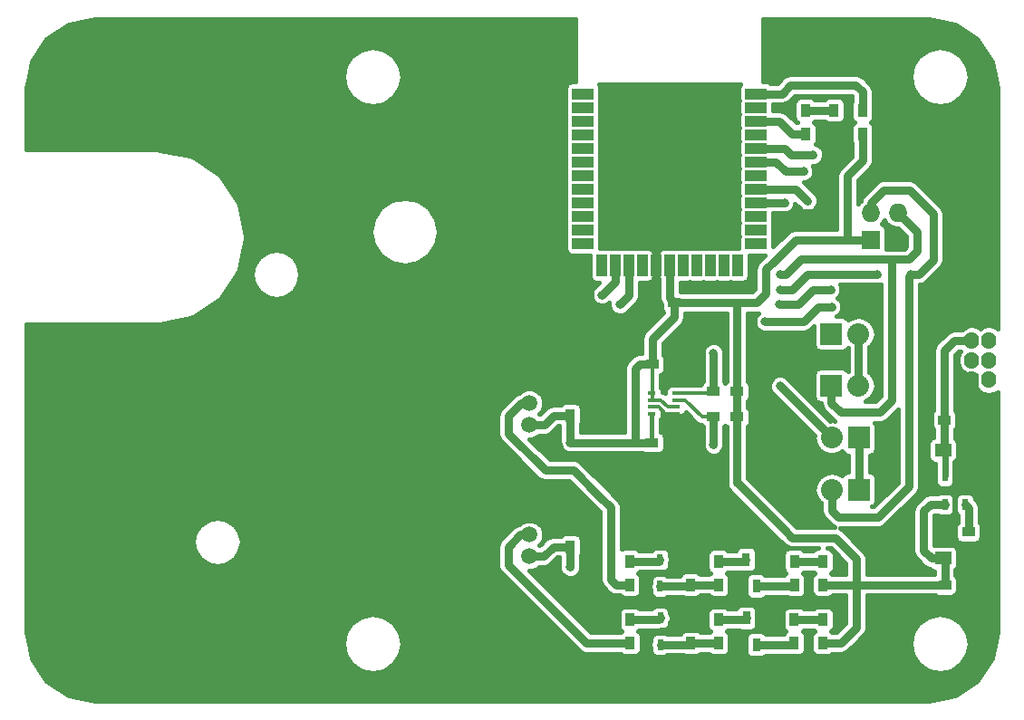
<source format=gbl>
G04 #@! TF.FileFunction,Copper,L2,Bot,Signal*
%FSLAX46Y46*%
G04 Gerber Fmt 4.6, Leading zero omitted, Abs format (unit mm)*
G04 Created by KiCad (PCBNEW 4.0.0-rc1-stable) date 3.2.2017 11:55:18*
%MOMM*%
G01*
G04 APERTURE LIST*
%ADD10C,0.100000*%
%ADD11R,1.727200X1.727200*%
%ADD12O,1.727200X1.727200*%
%ADD13R,0.800000X0.350000*%
%ADD14C,1.500000*%
%ADD15R,1.000000X2.000000*%
%ADD16R,2.000000X1.000000*%
%ADD17R,0.600000X1.050000*%
%ADD18R,1.200000X0.900000*%
%ADD19R,0.900000X1.200000*%
%ADD20R,0.800100X1.250000*%
%ADD21O,1.400000X1.600000*%
%ADD22R,2.032000X2.032000*%
%ADD23O,2.032000X2.032000*%
%ADD24R,0.600000X1.000000*%
%ADD25R,1.500000X1.250000*%
%ADD26C,0.800000*%
%ADD27C,0.800000*%
%ADD28C,0.350000*%
%ADD29C,0.400000*%
%ADD30C,0.600000*%
%ADD31C,0.500000*%
G04 APERTURE END LIST*
D10*
D11*
X79530000Y43760000D03*
D12*
X79530000Y46300000D03*
X82070000Y43760000D03*
X82070000Y46300000D03*
D13*
X59015000Y29415000D03*
X59015000Y28765000D03*
X59015000Y28115000D03*
X59015000Y27465000D03*
X61365000Y27465000D03*
X61365000Y28115000D03*
X61365000Y29415000D03*
X61365000Y28765000D03*
D14*
X47620000Y18170000D03*
X47620000Y16170000D03*
X47620000Y14170000D03*
D15*
X55640000Y41380000D03*
X56910000Y41380000D03*
X58180000Y41380000D03*
X59450000Y41380000D03*
X60720000Y41380000D03*
X61990000Y41380000D03*
X54370000Y41380000D03*
X63260000Y41380000D03*
X64530000Y41380000D03*
X65800000Y41380000D03*
X67070000Y41380000D03*
D16*
X52620000Y57400000D03*
X52620000Y56130000D03*
X52620000Y54860000D03*
X52620000Y53590000D03*
X52620000Y52320000D03*
X52620000Y51050000D03*
X52620000Y49780000D03*
X52620000Y48510000D03*
X52620000Y47240000D03*
X52620000Y45970000D03*
X52620000Y44700000D03*
X52620000Y43430000D03*
X68820000Y57400000D03*
X68820000Y56130000D03*
X68820000Y54860000D03*
X68820000Y53590000D03*
X68820000Y52320000D03*
X68820000Y51050000D03*
X68820000Y49780000D03*
X68820000Y48510000D03*
X68820000Y47240000D03*
X68820000Y45970000D03*
X68820000Y44700000D03*
X68820000Y43430000D03*
D17*
X88340000Y19000000D03*
X86440000Y19000000D03*
X86440000Y21700000D03*
X88340000Y21700000D03*
X87390000Y21700000D03*
D14*
X47620000Y30470000D03*
X47620000Y28470000D03*
X47620000Y26470000D03*
D18*
X64840000Y29590000D03*
X67040000Y29590000D03*
X67040000Y27180000D03*
X64840000Y27180000D03*
D19*
X65310000Y6060000D03*
X65310000Y8260000D03*
X65310000Y11490000D03*
X65310000Y13690000D03*
X75050000Y6040000D03*
X75050000Y8240000D03*
X75050000Y11500000D03*
X75050000Y13700000D03*
X57020000Y6060000D03*
X57020000Y8260000D03*
X57010000Y11500000D03*
X57010000Y13700000D03*
X73440000Y55860000D03*
X73440000Y53660000D03*
X78770000Y53620000D03*
X78770000Y55820000D03*
D20*
X67900000Y8390000D03*
X69800000Y8390000D03*
X68850000Y5890000D03*
X67880000Y13880000D03*
X69780000Y13880000D03*
X68830000Y11380000D03*
D21*
X88970000Y34330000D03*
X90570000Y34330000D03*
X90570000Y32500000D03*
X90570000Y30670000D03*
X88970000Y30670000D03*
X88970000Y32500000D03*
D22*
X78420000Y25240000D03*
D23*
X75880000Y25240000D03*
D22*
X78430000Y20400000D03*
D23*
X75890000Y20400000D03*
D22*
X75850000Y34960000D03*
D23*
X78390000Y34960000D03*
D22*
X75850000Y30130000D03*
D23*
X78390000Y30130000D03*
D19*
X72380000Y6040000D03*
X72380000Y8240000D03*
X72400000Y11490000D03*
X72400000Y13690000D03*
D24*
X59870000Y5910000D03*
X59870000Y8410000D03*
X59850000Y11350000D03*
X59850000Y13850000D03*
D19*
X76100000Y53660000D03*
X76100000Y55860000D03*
D18*
X59090000Y24790000D03*
X61290000Y24790000D03*
X59120000Y32130000D03*
X61320000Y32130000D03*
D19*
X62730000Y6060000D03*
X62730000Y8260000D03*
X62700000Y11500000D03*
X62700000Y13700000D03*
D18*
X86450000Y11470000D03*
X88650000Y11470000D03*
X88660000Y16450000D03*
X86460000Y16450000D03*
X61180000Y37870000D03*
X58980000Y37870000D03*
D19*
X51450000Y15060000D03*
X51450000Y17260000D03*
D18*
X86410000Y26920000D03*
X88610000Y26920000D03*
D19*
X51450000Y27340000D03*
X51450000Y29540000D03*
D25*
X86270000Y24080000D03*
X88770000Y24080000D03*
X86300000Y13970000D03*
X88800000Y13970000D03*
D26*
X51450000Y13140000D03*
X51470000Y24790000D03*
X76890000Y13140000D03*
X79880000Y32430000D03*
X81050000Y22750000D03*
X73050000Y18330000D03*
X72210000Y21300000D03*
X62970000Y39090000D03*
X62610000Y52320000D03*
X59320000Y52320000D03*
X59490000Y48290000D03*
X62670000Y48260000D03*
X76110000Y51590000D03*
X86450000Y37930000D03*
X84850000Y30660000D03*
X62820000Y32130000D03*
X63210000Y24790000D03*
X79900000Y9870000D03*
X69800000Y15760000D03*
X76670000Y9880000D03*
X83240000Y40540000D03*
X80130000Y40540000D03*
X54420000Y38600000D03*
X71080000Y39100000D03*
X71100000Y40470000D03*
X56100000Y37710000D03*
X73620000Y47400000D03*
X71460000Y47240000D03*
X71050000Y30070000D03*
X64840000Y24610000D03*
X69660000Y36100000D03*
X74160000Y51690000D03*
X75860000Y37480000D03*
X73230000Y50170000D03*
X71010000Y37680000D03*
X64840000Y33160000D03*
X75770000Y39100000D03*
D27*
X67090000Y37870000D02*
X68880000Y37870000D01*
X69720000Y38710000D02*
X69720000Y40980000D01*
X68880000Y37870000D02*
X69720000Y38710000D01*
X59120000Y32130000D02*
X57920000Y32130000D01*
X57500000Y31710000D02*
X57500000Y24790000D01*
X57920000Y32130000D02*
X57500000Y31710000D01*
X70540000Y41800000D02*
X69720000Y40980000D01*
X77340000Y43760000D02*
X75410000Y43760000D01*
X72500000Y43760000D02*
X70540000Y41800000D01*
X75410000Y43760000D02*
X72500000Y43760000D01*
X77340000Y45950000D02*
X77340000Y43760000D01*
X77340000Y43760000D02*
X77340000Y43770000D01*
X77340000Y43770000D02*
X77340000Y43760000D01*
X77340000Y45950000D02*
X77340000Y49710000D01*
X67040000Y35490000D02*
X67040000Y37820000D01*
X67040000Y37820000D02*
X67090000Y37870000D01*
X61180000Y37870000D02*
X67090000Y37870000D01*
X67040000Y29590000D02*
X67040000Y35490000D01*
X71370000Y16700000D02*
X72160000Y15910000D01*
X76200000Y15910000D02*
X78190000Y13920000D01*
X72160000Y15910000D02*
X76200000Y15910000D01*
X60720000Y41380000D02*
X60720000Y38330000D01*
X60720000Y38330000D02*
X61180000Y37870000D01*
X78770000Y51140000D02*
X78770000Y53620000D01*
X77340000Y49710000D02*
X78770000Y51140000D01*
X79530000Y43760000D02*
X77340000Y43760000D01*
X67040000Y27180000D02*
X67040000Y21030000D01*
X78190000Y13920000D02*
X78190000Y11400000D01*
X67050000Y21020000D02*
X71370000Y16700000D01*
X67040000Y21030000D02*
X67050000Y21020000D01*
X67040000Y29590000D02*
X67040000Y27180000D01*
X67040000Y29590000D02*
X67040000Y30690000D01*
X67040000Y27180000D02*
X67050000Y27170000D01*
D28*
X59120000Y32130000D02*
X59120000Y29460000D01*
X59120000Y29460000D02*
X59165000Y29415000D01*
X59165000Y29415000D02*
X59165000Y28765000D01*
X59165000Y28765000D02*
X59915000Y28765000D01*
X60565000Y28115000D02*
X61215000Y28115000D01*
X59915000Y28765000D02*
X60565000Y28115000D01*
D29*
X59090000Y24790000D02*
X59090000Y27390000D01*
X59090000Y27390000D02*
X59165000Y27465000D01*
D27*
X51450000Y15060000D02*
X51450000Y13140000D01*
X52280000Y24790000D02*
X51470000Y24790000D01*
X56240000Y24790000D02*
X52280000Y24790000D01*
X51450000Y24810000D02*
X51450000Y27340000D01*
X51470000Y24790000D02*
X51450000Y24810000D01*
X61180000Y37870000D02*
X61180000Y36550000D01*
X59120000Y34490000D02*
X59120000Y32130000D01*
X61180000Y36550000D02*
X59120000Y34490000D01*
X56240000Y24790000D02*
X57500000Y24790000D01*
X57500000Y24790000D02*
X59090000Y24790000D01*
X86450000Y13970000D02*
X85190000Y13970000D01*
X85100000Y19000000D02*
X86440000Y19000000D01*
X84470000Y18370000D02*
X85100000Y19000000D01*
X84470000Y14690000D02*
X84470000Y18370000D01*
X85190000Y13970000D02*
X84470000Y14690000D01*
X86450000Y13970000D02*
X86450000Y11470000D01*
X78190000Y10520000D02*
X78190000Y11400000D01*
X78190000Y10520000D02*
X78190000Y7490000D01*
X78190000Y7490000D02*
X76740000Y6040000D01*
X75050000Y6040000D02*
X76740000Y6040000D01*
X78190000Y11400000D02*
X78090000Y11500000D01*
X75050000Y11500000D02*
X78090000Y11500000D01*
X78090000Y11500000D02*
X86420000Y11500000D01*
X86420000Y11500000D02*
X86450000Y11470000D01*
X75050000Y11500000D02*
X77210000Y11500000D01*
X47620000Y14170000D02*
X48980000Y14170000D01*
X49870000Y15060000D02*
X51450000Y15060000D01*
X48980000Y14170000D02*
X49870000Y15060000D01*
X47620000Y26470000D02*
X49060000Y26470000D01*
X49060000Y26470000D02*
X49930000Y27340000D01*
X49930000Y27340000D02*
X51450000Y27340000D01*
X72210000Y21300000D02*
X72210000Y19170000D01*
X72210000Y19170000D02*
X73050000Y18330000D01*
X72210000Y21300000D02*
X72250000Y21300000D01*
X62670000Y52260000D02*
X62610000Y52320000D01*
X62670000Y52260000D02*
X62670000Y48260000D01*
X59450000Y48250000D02*
X59490000Y48290000D01*
X59450000Y41380000D02*
X59450000Y48250000D01*
X62670000Y48260000D02*
X62670000Y48240000D01*
X76110000Y53650000D02*
X76110000Y51590000D01*
X76110000Y53650000D02*
X76100000Y53660000D01*
X51860000Y29540000D02*
X56960000Y34640000D01*
X58260000Y35940000D02*
X56960000Y34640000D01*
X58260000Y35940000D02*
X58980000Y36660000D01*
X58980000Y36660000D02*
X58980000Y37870000D01*
X51860000Y29540000D02*
X51450000Y29540000D01*
X84850000Y33840000D02*
X86450000Y35440000D01*
X86450000Y35440000D02*
X86450000Y37930000D01*
X84850000Y30660000D02*
X84850000Y33840000D01*
X59450000Y41380000D02*
X59450000Y38340000D01*
X59450000Y38340000D02*
X58980000Y37870000D01*
X88970000Y30670000D02*
X88610000Y30310000D01*
X88610000Y30310000D02*
X88610000Y26920000D01*
X88610000Y26920000D02*
X88620000Y26910000D01*
X88620000Y26910000D02*
X88620000Y24080000D01*
X61320000Y32130000D02*
X62820000Y32130000D01*
X61290000Y24790000D02*
X63210000Y24790000D01*
D28*
X59165000Y28115000D02*
X59705000Y28115000D01*
X60355000Y27465000D02*
X61215000Y27465000D01*
X59705000Y28115000D02*
X60355000Y27465000D01*
D29*
X61215000Y27465000D02*
X61215000Y24865000D01*
X61215000Y24865000D02*
X61290000Y24790000D01*
D27*
X79900000Y9870000D02*
X88070000Y9870000D01*
X88650000Y10450000D02*
X88650000Y11470000D01*
X88070000Y9870000D02*
X88650000Y10450000D01*
X69780000Y15740000D02*
X69780000Y15090000D01*
X69780000Y15090000D02*
X69780000Y13880000D01*
X69780000Y15740000D02*
X69800000Y15760000D01*
X69100000Y15740000D02*
X69780000Y15740000D01*
X69780000Y15740000D02*
X69800000Y15760000D01*
D30*
X88340000Y21700000D02*
X88340000Y23800000D01*
X88340000Y23800000D02*
X88620000Y24080000D01*
D31*
X87390000Y21700000D02*
X88340000Y21700000D01*
X86460000Y16450000D02*
X86460000Y16900000D01*
X86460000Y16900000D02*
X87390000Y17830000D01*
X87390000Y17830000D02*
X87390000Y21700000D01*
D27*
X86460000Y16450000D02*
X86460000Y16300000D01*
X86460000Y16300000D02*
X88650000Y14110000D01*
X88650000Y14110000D02*
X88650000Y13970000D01*
X88650000Y13970000D02*
X88650000Y11470000D01*
X75440000Y9880000D02*
X76670000Y9880000D01*
X69800000Y9880000D02*
X75440000Y9880000D01*
X62700000Y15740000D02*
X69100000Y15740000D01*
X69100000Y15740000D02*
X69130000Y15740000D01*
X61290000Y24790000D02*
X61290000Y17250000D01*
X62700000Y15840000D02*
X62700000Y15740000D01*
X62700000Y15740000D02*
X62700000Y13700000D01*
X61290000Y17250000D02*
X62700000Y15840000D01*
X69800000Y8390000D02*
X69800000Y9880000D01*
X69800000Y9880000D02*
X69800000Y9890000D01*
X69800000Y9890000D02*
X69800000Y9880000D01*
X62580000Y9880000D02*
X69800000Y9880000D01*
X51450000Y17260000D02*
X52970000Y17260000D01*
X62730000Y9730000D02*
X62580000Y9880000D01*
X62580000Y9880000D02*
X55700000Y9880000D01*
X62730000Y9730000D02*
X62730000Y8260000D01*
X55200000Y9880000D02*
X55700000Y9880000D01*
X53650000Y11430000D02*
X55200000Y9880000D01*
X53650000Y16580000D02*
X53650000Y11430000D01*
X52970000Y17260000D02*
X53650000Y16580000D01*
X47620000Y18170000D02*
X48600000Y18170000D01*
X49510000Y17260000D02*
X51450000Y17260000D01*
X48600000Y18170000D02*
X49510000Y17260000D01*
X47620000Y30470000D02*
X48510000Y30470000D01*
X48510000Y30470000D02*
X49440000Y29540000D01*
X49440000Y29540000D02*
X51450000Y29540000D01*
X88970000Y34330000D02*
X87330000Y34330000D01*
X86410000Y33410000D02*
X86410000Y26920000D01*
X87330000Y34330000D02*
X86410000Y33410000D01*
X86410000Y26920000D02*
X86420000Y26910000D01*
X86420000Y26910000D02*
X86420000Y24080000D01*
D30*
X86440000Y21700000D02*
X86440000Y24060000D01*
X86440000Y24060000D02*
X86420000Y24080000D01*
D27*
X88660000Y16450000D02*
X88660000Y18680000D01*
X88660000Y18680000D02*
X88340000Y19000000D01*
X62700000Y11500000D02*
X65300000Y11500000D01*
X65300000Y11500000D02*
X65310000Y11490000D01*
X59850000Y11350000D02*
X62550000Y11350000D01*
X62550000Y11350000D02*
X62700000Y11500000D01*
X62730000Y6060000D02*
X65310000Y6060000D01*
X59870000Y5910000D02*
X62580000Y5910000D01*
X62580000Y5910000D02*
X62730000Y6060000D01*
X73440000Y55860000D02*
X76100000Y55860000D01*
X57010000Y13700000D02*
X59700000Y13700000D01*
X59700000Y13700000D02*
X59850000Y13850000D01*
X57020000Y8260000D02*
X59720000Y8260000D01*
X59720000Y8260000D02*
X59870000Y8410000D01*
X68830000Y11380000D02*
X72290000Y11380000D01*
X72290000Y11380000D02*
X72400000Y11490000D01*
X72400000Y13690000D02*
X75040000Y13690000D01*
X75040000Y13690000D02*
X75050000Y13700000D01*
X68850000Y5890000D02*
X72230000Y5890000D01*
X72230000Y5890000D02*
X72380000Y6040000D01*
X72380000Y8240000D02*
X75050000Y8240000D01*
X83240000Y40540000D02*
X84030000Y40540000D01*
X85370000Y46170000D02*
X83150000Y48390000D01*
X85370000Y41880000D02*
X85370000Y46170000D01*
X84030000Y40540000D02*
X85370000Y41880000D01*
X83150000Y48390000D02*
X80720000Y48390000D01*
X83070000Y37460000D02*
X83070000Y40370000D01*
X83070000Y40370000D02*
X83240000Y40540000D01*
X72150000Y39100000D02*
X73590000Y40540000D01*
X73590000Y40540000D02*
X80130000Y40540000D01*
X55640000Y41380000D02*
X55640000Y39820000D01*
X54420000Y38600000D02*
X55640000Y39820000D01*
X71080000Y39100000D02*
X72150000Y39100000D01*
X79530000Y46300000D02*
X79530000Y47200000D01*
X79530000Y47200000D02*
X80720000Y48390000D01*
X75890000Y20400000D02*
X75890000Y18450000D01*
X83070000Y20660000D02*
X83070000Y37460000D01*
X80220000Y17810000D02*
X83070000Y20660000D01*
X76530000Y17810000D02*
X80220000Y17810000D01*
X75890000Y18450000D02*
X76530000Y17810000D01*
X81510000Y41920000D02*
X83070000Y41920000D01*
X83860000Y42710000D02*
X83860000Y44510000D01*
X83070000Y41920000D02*
X83860000Y42710000D01*
X83860000Y44510000D02*
X82070000Y46300000D01*
X81510000Y41920000D02*
X81510000Y39880000D01*
X81510000Y39880000D02*
X81510000Y39330000D01*
X81510000Y41920000D02*
X81510000Y41930000D01*
X81510000Y41930000D02*
X81510000Y41920000D01*
X71100000Y40470000D02*
X71580000Y40470000D01*
X56910000Y38520000D02*
X56100000Y37710000D01*
X56910000Y41380000D02*
X56910000Y38520000D01*
X73030000Y41920000D02*
X81510000Y41920000D01*
X71580000Y40470000D02*
X73030000Y41920000D01*
X81510000Y38350000D02*
X81510000Y39330000D01*
X75850000Y30130000D02*
X75850000Y28490000D01*
X75850000Y28490000D02*
X76710000Y27630000D01*
X76710000Y27630000D02*
X80410000Y27630000D01*
X80410000Y27630000D02*
X81510000Y28730000D01*
X81510000Y28730000D02*
X81510000Y38350000D01*
X81510000Y39330000D02*
X81510000Y39350000D01*
X78390000Y34960000D02*
X78390000Y30130000D01*
X68820000Y48510000D02*
X72510000Y48510000D01*
X72510000Y48510000D02*
X73620000Y47400000D01*
X57010000Y11500000D02*
X55730000Y11500000D01*
X55250000Y18720000D02*
X54090000Y19880000D01*
X55250000Y11980000D02*
X55250000Y18720000D01*
X55730000Y11500000D02*
X55250000Y11980000D01*
X47620000Y28470000D02*
X46880000Y28470000D01*
X46880000Y28470000D02*
X45670000Y27260000D01*
X51770000Y22200000D02*
X54090000Y19880000D01*
X49110000Y22200000D02*
X51770000Y22200000D01*
X45670000Y25640000D02*
X49110000Y22200000D01*
X45670000Y27260000D02*
X45670000Y25640000D01*
X78420000Y25240000D02*
X78420000Y20410000D01*
X78420000Y20410000D02*
X78430000Y20400000D01*
X68820000Y47240000D02*
X71460000Y47240000D01*
X71050000Y30070000D02*
X75880000Y25240000D01*
X47620000Y16170000D02*
X46810000Y16170000D01*
X52940000Y6060000D02*
X57020000Y6060000D01*
X45680000Y13320000D02*
X52940000Y6060000D01*
X45680000Y15040000D02*
X45680000Y13320000D01*
X46810000Y16170000D02*
X45680000Y15040000D01*
X65310000Y13690000D02*
X67690000Y13690000D01*
X67690000Y13690000D02*
X67880000Y13880000D01*
X65310000Y8260000D02*
X67770000Y8260000D01*
X67770000Y8260000D02*
X67900000Y8390000D01*
X73440000Y53660000D02*
X72180000Y53660000D01*
X70980000Y54860000D02*
X68820000Y54860000D01*
X72180000Y53660000D02*
X70980000Y54860000D01*
X64840000Y27180000D02*
X64840000Y24610000D01*
X74630000Y37480000D02*
X73250000Y36100000D01*
X73250000Y36100000D02*
X69660000Y36100000D01*
X71490000Y52320000D02*
X68820000Y52320000D01*
X72120000Y51690000D02*
X74160000Y51690000D01*
X71490000Y52320000D02*
X72120000Y51690000D01*
X75860000Y37480000D02*
X74630000Y37480000D01*
D28*
X61215000Y28765000D02*
X62195000Y28765000D01*
X63780000Y27180000D02*
X64840000Y27180000D01*
X62195000Y28765000D02*
X63780000Y27180000D01*
D27*
X71010000Y37680000D02*
X72740000Y37680000D01*
X68820000Y51050000D02*
X70680000Y51050000D01*
X71560000Y50170000D02*
X73230000Y50170000D01*
X70680000Y51050000D02*
X71560000Y50170000D01*
X64840000Y33160000D02*
X64840000Y29590000D01*
X74160000Y39100000D02*
X75770000Y39100000D01*
X72740000Y37680000D02*
X74160000Y39100000D01*
D28*
X61215000Y29415000D02*
X64665000Y29415000D01*
X64665000Y29415000D02*
X64840000Y29590000D01*
D27*
X68820000Y57400000D02*
X71200000Y57400000D01*
X78770000Y57590000D02*
X78770000Y55820000D01*
X78130000Y58230000D02*
X78770000Y57590000D01*
X72030000Y58230000D02*
X78130000Y58230000D01*
X71200000Y57400000D02*
X72030000Y58230000D01*
D29*
G36*
X51940084Y58511754D02*
X51620000Y58511754D01*
X51397654Y58469917D01*
X51193442Y58338510D01*
X51056444Y58138007D01*
X51008246Y57900000D01*
X51008246Y56900000D01*
X51034581Y56760043D01*
X51008246Y56630000D01*
X51008246Y55630000D01*
X51034581Y55490043D01*
X51008246Y55360000D01*
X51008246Y54360000D01*
X51034581Y54220043D01*
X51008246Y54090000D01*
X51008246Y53090000D01*
X51034581Y52950043D01*
X51008246Y52820000D01*
X51008246Y51820000D01*
X51034581Y51680043D01*
X51008246Y51550000D01*
X51008246Y50550000D01*
X51034581Y50410043D01*
X51008246Y50280000D01*
X51008246Y49280000D01*
X51034581Y49140043D01*
X51008246Y49010000D01*
X51008246Y48010000D01*
X51034581Y47870043D01*
X51008246Y47740000D01*
X51008246Y46740000D01*
X51034581Y46600043D01*
X51008246Y46470000D01*
X51008246Y45470000D01*
X51034581Y45330043D01*
X51008246Y45200000D01*
X51008246Y44200000D01*
X51034581Y44060043D01*
X51008246Y43930000D01*
X51008246Y42930000D01*
X51050083Y42707654D01*
X51181490Y42503442D01*
X51381993Y42366444D01*
X51620000Y42318246D01*
X53258246Y42318246D01*
X53258246Y40380000D01*
X53300083Y40157654D01*
X53431490Y39953442D01*
X53631993Y39816444D01*
X53870000Y39768246D01*
X54174032Y39768246D01*
X53712893Y39307107D01*
X53572736Y39167194D01*
X53496121Y38982686D01*
X53496120Y38982684D01*
X53496120Y38982682D01*
X53420174Y38799785D01*
X53419827Y38401960D01*
X53571747Y38034286D01*
X53852806Y37752736D01*
X54037314Y37676121D01*
X54037316Y37676120D01*
X54037318Y37676120D01*
X54220215Y37600174D01*
X54618040Y37599827D01*
X54802682Y37676120D01*
X54802684Y37676120D01*
X54802686Y37676121D01*
X54985714Y37751747D01*
X55100136Y37865969D01*
X55099827Y37511960D01*
X55251747Y37144286D01*
X55532806Y36862736D01*
X55717314Y36786121D01*
X55717316Y36786120D01*
X55717318Y36786120D01*
X55900215Y36710174D01*
X56298040Y36709827D01*
X56482682Y36786120D01*
X56482684Y36786120D01*
X56482686Y36786121D01*
X56665714Y36861747D01*
X56947264Y37142806D01*
X56947437Y37143223D01*
X57617107Y37812893D01*
X57833880Y38137316D01*
X57910000Y38520000D01*
X57910000Y39768246D01*
X58680000Y39768246D01*
X58902346Y39810083D01*
X59106558Y39941490D01*
X59243556Y40141993D01*
X59291754Y40380000D01*
X59291754Y42380000D01*
X59249917Y42602346D01*
X59118510Y42806558D01*
X58918007Y42943556D01*
X58680000Y42991754D01*
X57680000Y42991754D01*
X57540043Y42965419D01*
X57410000Y42991754D01*
X56410000Y42991754D01*
X56270043Y42965419D01*
X56140000Y42991754D01*
X55140000Y42991754D01*
X55000043Y42965419D01*
X54870000Y42991754D01*
X54231754Y42991754D01*
X54231754Y43930000D01*
X54205419Y44069957D01*
X54231754Y44200000D01*
X54231754Y45200000D01*
X54205419Y45339957D01*
X54231754Y45470000D01*
X54231754Y46470000D01*
X54205419Y46609957D01*
X54231754Y46740000D01*
X54231754Y47740000D01*
X54205419Y47879957D01*
X54231754Y48010000D01*
X54231754Y49010000D01*
X54205419Y49149957D01*
X54231754Y49280000D01*
X54231754Y50280000D01*
X54205419Y50419957D01*
X54231754Y50550000D01*
X54231754Y51550000D01*
X54205419Y51689957D01*
X54231754Y51820000D01*
X54231754Y52820000D01*
X54205419Y52959957D01*
X54231754Y53090000D01*
X54231754Y54090000D01*
X54205419Y54229957D01*
X54231754Y54360000D01*
X54231754Y55360000D01*
X54205419Y55499957D01*
X54231754Y55630000D01*
X54231754Y56630000D01*
X54205419Y56769957D01*
X54231754Y56900000D01*
X54231754Y57900000D01*
X54189917Y58122346D01*
X54101339Y58260000D01*
X67339798Y58260000D01*
X67256444Y58138007D01*
X67208246Y57900000D01*
X67208246Y56900000D01*
X67234581Y56760043D01*
X67208246Y56630000D01*
X67208246Y55630000D01*
X67234581Y55490043D01*
X67208246Y55360000D01*
X67208246Y54360000D01*
X67234581Y54220043D01*
X67208246Y54090000D01*
X67208246Y53090000D01*
X67234581Y52950043D01*
X67208246Y52820000D01*
X67208246Y51820000D01*
X67234581Y51680043D01*
X67208246Y51550000D01*
X67208246Y50550000D01*
X67234581Y50410043D01*
X67208246Y50280000D01*
X67208246Y49280000D01*
X67234581Y49140043D01*
X67208246Y49010000D01*
X67208246Y48010000D01*
X67234581Y47870043D01*
X67208246Y47740000D01*
X67208246Y46740000D01*
X67234581Y46600043D01*
X67208246Y46470000D01*
X67208246Y45470000D01*
X67234581Y45330043D01*
X67208246Y45200000D01*
X67208246Y44200000D01*
X67234581Y44060043D01*
X67208246Y43930000D01*
X67208246Y42991754D01*
X66570000Y42991754D01*
X66430043Y42965419D01*
X66300000Y42991754D01*
X65300000Y42991754D01*
X65160043Y42965419D01*
X65030000Y42991754D01*
X64030000Y42991754D01*
X63890043Y42965419D01*
X63760000Y42991754D01*
X62760000Y42991754D01*
X62620043Y42965419D01*
X62490000Y42991754D01*
X61490000Y42991754D01*
X61350043Y42965419D01*
X61220000Y42991754D01*
X60220000Y42991754D01*
X59997654Y42949917D01*
X59793442Y42818510D01*
X59656444Y42618007D01*
X59608246Y42380000D01*
X59608246Y40380000D01*
X59650083Y40157654D01*
X59720000Y40049000D01*
X59720000Y38330000D01*
X59796120Y37947316D01*
X59968246Y37689712D01*
X59968246Y37420000D01*
X60010083Y37197654D01*
X60141490Y36993442D01*
X60180000Y36967129D01*
X60180000Y36964214D01*
X58412893Y35197107D01*
X58196120Y34872684D01*
X58196120Y34872683D01*
X58120000Y34490000D01*
X58120000Y33130000D01*
X57920005Y33130000D01*
X57920000Y33130001D01*
X57537316Y33053880D01*
X57212893Y32837107D01*
X56792893Y32417107D01*
X56576120Y32092684D01*
X56576120Y32092683D01*
X56500000Y31710000D01*
X56500000Y25790000D01*
X52450000Y25790000D01*
X52450000Y26482153D01*
X52463556Y26501993D01*
X52511754Y26740000D01*
X52511754Y27940000D01*
X52469917Y28162346D01*
X52338510Y28366558D01*
X52138007Y28503556D01*
X51900000Y28551754D01*
X51000000Y28551754D01*
X50777654Y28509917D01*
X50573442Y28378510D01*
X50547129Y28340000D01*
X49930000Y28340000D01*
X49547316Y28263880D01*
X49222893Y28047107D01*
X48645786Y27470000D01*
X48529269Y27470000D01*
X48529190Y27470079D01*
X48763807Y27704288D01*
X48969765Y28200290D01*
X48970234Y28737353D01*
X48765142Y29233715D01*
X48385712Y29613807D01*
X47889710Y29819765D01*
X47352647Y29820234D01*
X46856285Y29615142D01*
X46668808Y29427992D01*
X46497317Y29393880D01*
X46172893Y29177107D01*
X46172891Y29177104D01*
X44962893Y27967107D01*
X44746120Y27642684D01*
X44713080Y27476580D01*
X44670000Y27260000D01*
X44670000Y25640000D01*
X44746120Y25257316D01*
X44962893Y24932893D01*
X48402893Y21492893D01*
X48727316Y21276120D01*
X49110000Y21199999D01*
X49110005Y21200000D01*
X51355786Y21200000D01*
X53382891Y19172896D01*
X53382893Y19172893D01*
X54250000Y18305786D01*
X54250000Y11980000D01*
X54326120Y11597316D01*
X54542893Y11272893D01*
X55022891Y10792896D01*
X55022893Y10792893D01*
X55172554Y10692893D01*
X55347316Y10576120D01*
X55730000Y10499999D01*
X55730005Y10500000D01*
X56104400Y10500000D01*
X56121490Y10473442D01*
X56321993Y10336444D01*
X56560000Y10288246D01*
X57460000Y10288246D01*
X57682346Y10330083D01*
X57886558Y10461490D01*
X58023556Y10661993D01*
X58071754Y10900000D01*
X58071754Y11350000D01*
X58850000Y11350000D01*
X58926120Y10967317D01*
X58938246Y10949169D01*
X58938246Y10850000D01*
X58980083Y10627654D01*
X59111490Y10423442D01*
X59311993Y10286444D01*
X59550000Y10238246D01*
X60150000Y10238246D01*
X60372346Y10280083D01*
X60481000Y10350000D01*
X61992153Y10350000D01*
X62011993Y10336444D01*
X62250000Y10288246D01*
X63150000Y10288246D01*
X63372346Y10330083D01*
X63576558Y10461490D01*
X63602871Y10500000D01*
X64397966Y10500000D01*
X64421490Y10463442D01*
X64621993Y10326444D01*
X64860000Y10278246D01*
X65760000Y10278246D01*
X65982346Y10320083D01*
X66186558Y10451490D01*
X66323556Y10651993D01*
X66371754Y10890000D01*
X66371754Y12090000D01*
X66329917Y12312346D01*
X66198510Y12516558D01*
X66091012Y12590008D01*
X66186558Y12651490D01*
X66212871Y12690000D01*
X67249074Y12690000D01*
X67479950Y12643246D01*
X68280050Y12643246D01*
X68502396Y12685083D01*
X68706608Y12816490D01*
X68843606Y13016993D01*
X68891804Y13255000D01*
X68891804Y14505000D01*
X68849967Y14727346D01*
X68718560Y14931558D01*
X68518057Y15068556D01*
X68280050Y15116754D01*
X67479950Y15116754D01*
X67257604Y15074917D01*
X67053392Y14943510D01*
X66916394Y14743007D01*
X66905660Y14690000D01*
X66215600Y14690000D01*
X66198510Y14716558D01*
X65998007Y14853556D01*
X65760000Y14901754D01*
X64860000Y14901754D01*
X64637654Y14859917D01*
X64433442Y14728510D01*
X64296444Y14528007D01*
X64248246Y14290000D01*
X64248246Y13090000D01*
X64290083Y12867654D01*
X64421490Y12663442D01*
X64528988Y12589992D01*
X64433442Y12528510D01*
X64413962Y12500000D01*
X63605600Y12500000D01*
X63588510Y12526558D01*
X63388007Y12663556D01*
X63150000Y12711754D01*
X62250000Y12711754D01*
X62027654Y12669917D01*
X61823442Y12538510D01*
X61694638Y12350000D01*
X60481024Y12350000D01*
X60388007Y12413556D01*
X60150000Y12461754D01*
X59550000Y12461754D01*
X59327654Y12419917D01*
X59123442Y12288510D01*
X58986444Y12088007D01*
X58938246Y11850000D01*
X58938246Y11750831D01*
X58926120Y11732683D01*
X58850000Y11350000D01*
X58071754Y11350000D01*
X58071754Y12100000D01*
X58029917Y12322346D01*
X57898510Y12526558D01*
X57791012Y12600008D01*
X57886558Y12661490D01*
X57912871Y12700000D01*
X59700000Y12700000D01*
X59892277Y12738246D01*
X60150000Y12738246D01*
X60372346Y12780083D01*
X60576558Y12911490D01*
X60713556Y13111993D01*
X60761754Y13350000D01*
X60761754Y13449168D01*
X60773880Y13467316D01*
X60850000Y13850000D01*
X60773880Y14232684D01*
X60761754Y14250832D01*
X60761754Y14350000D01*
X60719917Y14572346D01*
X60588510Y14776558D01*
X60388007Y14913556D01*
X60150000Y14961754D01*
X59550000Y14961754D01*
X59327654Y14919917D01*
X59123442Y14788510D01*
X59062966Y14700000D01*
X57915600Y14700000D01*
X57898510Y14726558D01*
X57698007Y14863556D01*
X57460000Y14911754D01*
X56560000Y14911754D01*
X56337654Y14869917D01*
X56250000Y14813513D01*
X56250000Y18720000D01*
X56212801Y18907011D01*
X56173880Y19102684D01*
X55957107Y19427107D01*
X54797107Y20587107D01*
X54797104Y20587109D01*
X52477107Y22907107D01*
X52152684Y23123880D01*
X51770000Y23200000D01*
X49524214Y23200000D01*
X47604201Y25120013D01*
X47887353Y25119766D01*
X48383715Y25324858D01*
X48529110Y25470000D01*
X49060000Y25470000D01*
X49442684Y25546120D01*
X49767107Y25762893D01*
X50344214Y26340000D01*
X50450000Y26340000D01*
X50450000Y24810000D01*
X50469930Y24709805D01*
X50469827Y24591960D01*
X50515225Y24482088D01*
X50526120Y24427316D01*
X50556875Y24381288D01*
X50621747Y24224286D01*
X50742822Y24103000D01*
X50742893Y24102893D01*
X50762893Y24082893D01*
X50902806Y23942736D01*
X51270215Y23790174D01*
X51668040Y23789827D01*
X51668459Y23790000D01*
X58232153Y23790000D01*
X58251993Y23776444D01*
X58490000Y23728246D01*
X59690000Y23728246D01*
X59912346Y23770083D01*
X60116558Y23901490D01*
X60253556Y24101993D01*
X60301754Y24340000D01*
X60301754Y25240000D01*
X60259917Y25462346D01*
X60128510Y25666558D01*
X59928007Y25803556D01*
X59890000Y25811253D01*
X59890000Y26922387D01*
X59978556Y27051993D01*
X60026754Y27290000D01*
X60026754Y27560469D01*
X60268420Y27398993D01*
X60565000Y27340000D01*
X60906957Y27340000D01*
X60965000Y27328246D01*
X61765000Y27328246D01*
X61987346Y27370083D01*
X62191558Y27501490D01*
X62260944Y27603040D01*
X63231990Y26631995D01*
X63231992Y26631992D01*
X63483420Y26463993D01*
X63729701Y26415005D01*
X63801490Y26303442D01*
X63840000Y26277129D01*
X63840000Y24610299D01*
X63839827Y24411960D01*
X63991747Y24044286D01*
X64272806Y23762736D01*
X64640215Y23610174D01*
X65038040Y23609827D01*
X65405714Y23761747D01*
X65687264Y24042806D01*
X65839826Y24410215D01*
X65840173Y24808040D01*
X65840000Y24808459D01*
X65840000Y26274400D01*
X65866558Y26291490D01*
X65940008Y26398988D01*
X66001490Y26303442D01*
X66040000Y26277129D01*
X66040000Y21030000D01*
X66116120Y20647316D01*
X66332893Y20322893D01*
X66342893Y20312893D01*
X70662891Y15992896D01*
X70662893Y15992893D01*
X71452893Y15202893D01*
X71777316Y14986120D01*
X72160000Y14909999D01*
X72160005Y14910000D01*
X74590678Y14910000D01*
X74377654Y14869917D01*
X74173442Y14738510D01*
X74140296Y14690000D01*
X73305600Y14690000D01*
X73288510Y14716558D01*
X73088007Y14853556D01*
X72850000Y14901754D01*
X71950000Y14901754D01*
X71727654Y14859917D01*
X71523442Y14728510D01*
X71386444Y14528007D01*
X71338246Y14290000D01*
X71338246Y13090000D01*
X71380083Y12867654D01*
X71511490Y12663442D01*
X71618988Y12589992D01*
X71523442Y12528510D01*
X71421969Y12380000D01*
X69701737Y12380000D01*
X69668560Y12431558D01*
X69468057Y12568556D01*
X69230050Y12616754D01*
X68429950Y12616754D01*
X68207604Y12574917D01*
X68003392Y12443510D01*
X67866394Y12243007D01*
X67818196Y12005000D01*
X67818196Y10755000D01*
X67860033Y10532654D01*
X67991440Y10328442D01*
X68191943Y10191444D01*
X68429950Y10143246D01*
X69230050Y10143246D01*
X69452396Y10185083D01*
X69656608Y10316490D01*
X69700003Y10380000D01*
X71633611Y10380000D01*
X71711993Y10326444D01*
X71950000Y10278246D01*
X72850000Y10278246D01*
X73072346Y10320083D01*
X73276558Y10451490D01*
X73413556Y10651993D01*
X73461754Y10890000D01*
X73461754Y12090000D01*
X73419917Y12312346D01*
X73288510Y12516558D01*
X73181012Y12590008D01*
X73276558Y12651490D01*
X73302871Y12690000D01*
X74150835Y12690000D01*
X74161490Y12673442D01*
X74268988Y12599992D01*
X74173442Y12538510D01*
X74036444Y12338007D01*
X73988246Y12100000D01*
X73988246Y10900000D01*
X74030083Y10677654D01*
X74161490Y10473442D01*
X74361993Y10336444D01*
X74600000Y10288246D01*
X75500000Y10288246D01*
X75722346Y10330083D01*
X75926558Y10461490D01*
X75952871Y10500000D01*
X77190000Y10500000D01*
X77190000Y7904214D01*
X76325786Y7040000D01*
X75955600Y7040000D01*
X75938510Y7066558D01*
X75831012Y7140008D01*
X75926558Y7201490D01*
X76063556Y7401993D01*
X76111754Y7640000D01*
X76111754Y8840000D01*
X76069917Y9062346D01*
X75938510Y9266558D01*
X75738007Y9403556D01*
X75500000Y9451754D01*
X74600000Y9451754D01*
X74377654Y9409917D01*
X74173442Y9278510D01*
X74147129Y9240000D01*
X73285600Y9240000D01*
X73268510Y9266558D01*
X73068007Y9403556D01*
X72830000Y9451754D01*
X71930000Y9451754D01*
X71707654Y9409917D01*
X71503442Y9278510D01*
X71366444Y9078007D01*
X71318246Y8840000D01*
X71318246Y7640000D01*
X71360083Y7417654D01*
X71491490Y7213442D01*
X71598988Y7139992D01*
X71503442Y7078510D01*
X71374638Y6890000D01*
X69721737Y6890000D01*
X69688560Y6941558D01*
X69488057Y7078556D01*
X69250050Y7126754D01*
X68449950Y7126754D01*
X68227604Y7084917D01*
X68023392Y6953510D01*
X67886394Y6753007D01*
X67838196Y6515000D01*
X67838196Y5265000D01*
X67880033Y5042654D01*
X68011440Y4838442D01*
X68211943Y4701444D01*
X68449950Y4653246D01*
X69250050Y4653246D01*
X69472396Y4695083D01*
X69676608Y4826490D01*
X69720003Y4890000D01*
X71672153Y4890000D01*
X71691993Y4876444D01*
X71930000Y4828246D01*
X72830000Y4828246D01*
X73052346Y4870083D01*
X73256558Y5001490D01*
X73393556Y5201993D01*
X73441754Y5440000D01*
X73441754Y6640000D01*
X73399917Y6862346D01*
X73268510Y7066558D01*
X73161012Y7140008D01*
X73256558Y7201490D01*
X73282871Y7240000D01*
X74144400Y7240000D01*
X74161490Y7213442D01*
X74268988Y7139992D01*
X74173442Y7078510D01*
X74036444Y6878007D01*
X73988246Y6640000D01*
X73988246Y5440000D01*
X74030083Y5217654D01*
X74161490Y5013442D01*
X74361993Y4876444D01*
X74600000Y4828246D01*
X75500000Y4828246D01*
X75722346Y4870083D01*
X75926558Y5001490D01*
X75952871Y5040000D01*
X76740000Y5040000D01*
X77122684Y5116120D01*
X77447107Y5332893D01*
X78120614Y6006400D01*
X83251100Y6006400D01*
X83460431Y4954021D01*
X84056556Y4061856D01*
X84948721Y3465731D01*
X86001100Y3256400D01*
X87053479Y3465731D01*
X87945644Y4061856D01*
X88541769Y4954021D01*
X88751100Y6006400D01*
X88541769Y7058779D01*
X87945644Y7950944D01*
X87053479Y8547069D01*
X86001100Y8756400D01*
X84948721Y8547069D01*
X84056556Y7950944D01*
X83460431Y7058779D01*
X83251100Y6006400D01*
X78120614Y6006400D01*
X78897107Y6782893D01*
X79113880Y7107316D01*
X79190001Y7490000D01*
X79190000Y7490005D01*
X79190000Y10500000D01*
X85548247Y10500000D01*
X85611993Y10456444D01*
X85850000Y10408246D01*
X87050000Y10408246D01*
X87272346Y10450083D01*
X87476558Y10581490D01*
X87613556Y10781993D01*
X87661754Y11020000D01*
X87661754Y11920000D01*
X87619917Y12142346D01*
X87488510Y12346558D01*
X87450000Y12372871D01*
X87450000Y12889400D01*
X87476558Y12906490D01*
X87613556Y13106993D01*
X87661754Y13345000D01*
X87661754Y14595000D01*
X87619917Y14817346D01*
X87488510Y15021558D01*
X87288007Y15158556D01*
X87050000Y15206754D01*
X85550000Y15206754D01*
X85470000Y15191701D01*
X85470000Y17955786D01*
X85514213Y18000000D01*
X85772387Y18000000D01*
X85901993Y17911444D01*
X86140000Y17863246D01*
X86740000Y17863246D01*
X86962346Y17905083D01*
X87166558Y18036490D01*
X87303556Y18236993D01*
X87351754Y18475000D01*
X87351754Y18599169D01*
X87363880Y18617317D01*
X87390000Y18748631D01*
X87416120Y18617316D01*
X87428246Y18599168D01*
X87428246Y18475000D01*
X87470083Y18252654D01*
X87601490Y18048442D01*
X87660000Y18008464D01*
X87660000Y17355600D01*
X87633442Y17338510D01*
X87496444Y17138007D01*
X87448246Y16900000D01*
X87448246Y16000000D01*
X87490083Y15777654D01*
X87621490Y15573442D01*
X87821993Y15436444D01*
X88060000Y15388246D01*
X89260000Y15388246D01*
X89482346Y15430083D01*
X89686558Y15561490D01*
X89823556Y15761993D01*
X89871754Y16000000D01*
X89871754Y16900000D01*
X89829917Y17122346D01*
X89698510Y17326558D01*
X89660000Y17352871D01*
X89660000Y18680000D01*
X89583880Y19062683D01*
X89367107Y19387107D01*
X89251754Y19502460D01*
X89251754Y19525000D01*
X89209917Y19747346D01*
X89078510Y19951558D01*
X88878007Y20088556D01*
X88640000Y20136754D01*
X88040000Y20136754D01*
X87817654Y20094917D01*
X87613442Y19963510D01*
X87476444Y19763007D01*
X87428246Y19525000D01*
X87428246Y19400832D01*
X87416120Y19382684D01*
X87390000Y19251369D01*
X87363880Y19382683D01*
X87351754Y19400831D01*
X87351754Y19525000D01*
X87309917Y19747346D01*
X87178510Y19951558D01*
X86978007Y20088556D01*
X86740000Y20136754D01*
X86140000Y20136754D01*
X85917654Y20094917D01*
X85770149Y20000000D01*
X85100005Y20000000D01*
X85100000Y20000001D01*
X84717316Y19923880D01*
X84555105Y19815494D01*
X84392893Y19707107D01*
X84392891Y19707104D01*
X83762893Y19077107D01*
X83546120Y18752684D01*
X83519194Y18617317D01*
X83470000Y18370000D01*
X83470000Y14690000D01*
X83546120Y14307316D01*
X83762893Y13982893D01*
X84482893Y13262893D01*
X84807316Y13046120D01*
X85061920Y12995477D01*
X85111490Y12918442D01*
X85311993Y12781444D01*
X85450000Y12753497D01*
X85450000Y12500000D01*
X79190000Y12500000D01*
X79190000Y13920000D01*
X79176424Y13988253D01*
X79113880Y14302684D01*
X78897107Y14627107D01*
X76907107Y16617107D01*
X76618423Y16810000D01*
X80220000Y16810000D01*
X80602684Y16886120D01*
X80927107Y17102893D01*
X83777107Y19952893D01*
X83993880Y20277316D01*
X84070001Y20660000D01*
X84070000Y20660005D01*
X84070000Y39547956D01*
X84412684Y39616120D01*
X84737107Y39832893D01*
X86077107Y41172893D01*
X86157948Y41293880D01*
X86293880Y41497317D01*
X86370000Y41880000D01*
X86370000Y46170000D01*
X86293880Y46552683D01*
X86077107Y46877107D01*
X83857107Y49097107D01*
X83532684Y49313880D01*
X83150000Y49390000D01*
X80720000Y49390000D01*
X80337317Y49313880D01*
X80122246Y49170174D01*
X80012893Y49097107D01*
X78822893Y47907107D01*
X78606120Y47582684D01*
X78577755Y47440083D01*
X78570699Y47404608D01*
X78466405Y47334921D01*
X78340000Y47145743D01*
X78340000Y49295786D01*
X79477107Y50432893D01*
X79633744Y50667317D01*
X79693880Y50757317D01*
X79770000Y51140000D01*
X79770000Y52762153D01*
X79783556Y52781993D01*
X79831754Y53020000D01*
X79831754Y54220000D01*
X79789917Y54442346D01*
X79658510Y54646558D01*
X79551012Y54720008D01*
X79646558Y54781490D01*
X79783556Y54981993D01*
X79831754Y55220000D01*
X79831754Y56420000D01*
X79789917Y56642346D01*
X79770000Y56673298D01*
X79770000Y57589995D01*
X79770001Y57590000D01*
X79693880Y57972684D01*
X79477107Y58297107D01*
X78837107Y58937107D01*
X78733403Y59006400D01*
X83251100Y59006400D01*
X83460431Y57954021D01*
X84056556Y57061856D01*
X84948721Y56465731D01*
X86001100Y56256400D01*
X87053479Y56465731D01*
X87945644Y57061856D01*
X88541769Y57954021D01*
X88751100Y59006400D01*
X88541769Y60058779D01*
X87945644Y60950944D01*
X87053479Y61547069D01*
X86001100Y61756400D01*
X84948721Y61547069D01*
X84056556Y60950944D01*
X83460431Y60058779D01*
X83251100Y59006400D01*
X78733403Y59006400D01*
X78512684Y59153880D01*
X78130000Y59230000D01*
X72030000Y59230000D01*
X71647317Y59153880D01*
X71322893Y58937107D01*
X70785786Y58400000D01*
X70151024Y58400000D01*
X70058007Y58463556D01*
X69820000Y58511754D01*
X69490085Y58511754D01*
X69499573Y64356400D01*
X84937083Y64356400D01*
X87426266Y63861271D01*
X89482222Y62487524D01*
X90855971Y60431566D01*
X91351100Y57942379D01*
X91351100Y35468968D01*
X91067488Y35658471D01*
X90570000Y35757428D01*
X90072512Y35658471D01*
X89770000Y35456340D01*
X89467488Y35658471D01*
X88970000Y35757428D01*
X88472512Y35658471D01*
X88050761Y35376667D01*
X88019579Y35330000D01*
X87330000Y35330000D01*
X86947317Y35253880D01*
X86622893Y35037107D01*
X86622891Y35037104D01*
X85702893Y34117107D01*
X85486120Y33792684D01*
X85452347Y33622893D01*
X85410000Y33410000D01*
X85410000Y27825600D01*
X85383442Y27808510D01*
X85246444Y27608007D01*
X85198246Y27370000D01*
X85198246Y26470000D01*
X85240083Y26247654D01*
X85371490Y26043442D01*
X85420000Y26010296D01*
X85420000Y25297938D01*
X85297654Y25274917D01*
X85093442Y25143510D01*
X84956444Y24943007D01*
X84908246Y24705000D01*
X84908246Y23455000D01*
X84950083Y23232654D01*
X85081490Y23028442D01*
X85281993Y22891444D01*
X85520000Y22843246D01*
X85540000Y22843246D01*
X85540000Y22283043D01*
X85528246Y22225000D01*
X85528246Y21175000D01*
X85570083Y20952654D01*
X85701490Y20748442D01*
X85901993Y20611444D01*
X86140000Y20563246D01*
X86740000Y20563246D01*
X86962346Y20605083D01*
X87166558Y20736490D01*
X87303556Y20936993D01*
X87351754Y21175000D01*
X87351754Y22225000D01*
X87340000Y22287468D01*
X87340000Y22947922D01*
X87446558Y23016490D01*
X87583556Y23216993D01*
X87631754Y23455000D01*
X87631754Y24705000D01*
X87589917Y24927346D01*
X87458510Y25131558D01*
X87420000Y25157871D01*
X87420000Y26020835D01*
X87436558Y26031490D01*
X87573556Y26231993D01*
X87621754Y26470000D01*
X87621754Y27370000D01*
X87579917Y27592346D01*
X87448510Y27796558D01*
X87410000Y27822871D01*
X87410000Y32995786D01*
X87744213Y33330000D01*
X87905989Y33330000D01*
X87768957Y33124916D01*
X87670000Y32627428D01*
X87670000Y32372572D01*
X87768957Y31875084D01*
X88050761Y31453333D01*
X88472512Y31171529D01*
X88970000Y31072572D01*
X89339343Y31146039D01*
X89270000Y30797428D01*
X89270000Y30542572D01*
X89368957Y30045084D01*
X89650761Y29623333D01*
X90072512Y29341529D01*
X90570000Y29242572D01*
X91067488Y29341529D01*
X91351100Y29531032D01*
X91351100Y7070421D01*
X90855971Y4581234D01*
X89482222Y2525276D01*
X87426266Y1151529D01*
X84937083Y656400D01*
X7065121Y656400D01*
X4575934Y1151529D01*
X2519976Y2525278D01*
X1146229Y4581234D01*
X862747Y6006400D01*
X30251100Y6006400D01*
X30460431Y4954021D01*
X31056556Y4061856D01*
X31948721Y3465731D01*
X33001100Y3256400D01*
X34053479Y3465731D01*
X34945644Y4061856D01*
X35541769Y4954021D01*
X35751100Y6006400D01*
X35541769Y7058779D01*
X34945644Y7950944D01*
X34053479Y8547069D01*
X33001100Y8756400D01*
X31948721Y8547069D01*
X31056556Y7950944D01*
X30460431Y7058779D01*
X30251100Y6006400D01*
X862747Y6006400D01*
X651100Y7070417D01*
X651100Y15506400D01*
X16236960Y15506400D01*
X16408231Y14645362D01*
X16895970Y13915410D01*
X17625922Y13427671D01*
X18486960Y13256400D01*
X19347998Y13427671D01*
X20077950Y13915410D01*
X20565689Y14645362D01*
X20644187Y15040000D01*
X44680000Y15040000D01*
X44680000Y13320000D01*
X44756120Y12937316D01*
X44972893Y12612893D01*
X52232891Y5352896D01*
X52232893Y5352893D01*
X52557317Y5136120D01*
X52940000Y5060000D01*
X56114400Y5060000D01*
X56131490Y5033442D01*
X56331993Y4896444D01*
X56570000Y4848246D01*
X57470000Y4848246D01*
X57692346Y4890083D01*
X57896558Y5021490D01*
X58033556Y5221993D01*
X58081754Y5460000D01*
X58081754Y5910000D01*
X58870000Y5910000D01*
X58946120Y5527317D01*
X58958246Y5509169D01*
X58958246Y5410000D01*
X59000083Y5187654D01*
X59131490Y4983442D01*
X59331993Y4846444D01*
X59570000Y4798246D01*
X60170000Y4798246D01*
X60392346Y4840083D01*
X60501000Y4910000D01*
X62022153Y4910000D01*
X62041993Y4896444D01*
X62280000Y4848246D01*
X63180000Y4848246D01*
X63402346Y4890083D01*
X63606558Y5021490D01*
X63632871Y5060000D01*
X64404400Y5060000D01*
X64421490Y5033442D01*
X64621993Y4896444D01*
X64860000Y4848246D01*
X65760000Y4848246D01*
X65982346Y4890083D01*
X66186558Y5021490D01*
X66323556Y5221993D01*
X66371754Y5460000D01*
X66371754Y6660000D01*
X66329917Y6882346D01*
X66198510Y7086558D01*
X66091012Y7160008D01*
X66186558Y7221490D01*
X66212871Y7260000D01*
X67176244Y7260000D01*
X67261943Y7201444D01*
X67499950Y7153246D01*
X68300050Y7153246D01*
X68522396Y7195083D01*
X68726608Y7326490D01*
X68863606Y7526993D01*
X68911804Y7765000D01*
X68911804Y9015000D01*
X68869967Y9237346D01*
X68738560Y9441558D01*
X68538057Y9578556D01*
X68300050Y9626754D01*
X67499950Y9626754D01*
X67277604Y9584917D01*
X67073392Y9453510D01*
X66941172Y9260000D01*
X66215600Y9260000D01*
X66198510Y9286558D01*
X65998007Y9423556D01*
X65760000Y9471754D01*
X64860000Y9471754D01*
X64637654Y9429917D01*
X64433442Y9298510D01*
X64296444Y9098007D01*
X64248246Y8860000D01*
X64248246Y7660000D01*
X64290083Y7437654D01*
X64421490Y7233442D01*
X64528988Y7159992D01*
X64433442Y7098510D01*
X64407129Y7060000D01*
X63635600Y7060000D01*
X63618510Y7086558D01*
X63418007Y7223556D01*
X63180000Y7271754D01*
X62280000Y7271754D01*
X62057654Y7229917D01*
X61853442Y7098510D01*
X61724638Y6910000D01*
X60501024Y6910000D01*
X60408007Y6973556D01*
X60170000Y7021754D01*
X59570000Y7021754D01*
X59347654Y6979917D01*
X59143442Y6848510D01*
X59006444Y6648007D01*
X58958246Y6410000D01*
X58958246Y6310831D01*
X58946120Y6292683D01*
X58870000Y5910000D01*
X58081754Y5910000D01*
X58081754Y6660000D01*
X58039917Y6882346D01*
X57908510Y7086558D01*
X57801012Y7160008D01*
X57896558Y7221490D01*
X57922871Y7260000D01*
X59720000Y7260000D01*
X59912277Y7298246D01*
X60170000Y7298246D01*
X60392346Y7340083D01*
X60596558Y7471490D01*
X60733556Y7671993D01*
X60781754Y7910000D01*
X60781754Y8009168D01*
X60793880Y8027316D01*
X60870000Y8410000D01*
X60793880Y8792684D01*
X60781754Y8810832D01*
X60781754Y8910000D01*
X60739917Y9132346D01*
X60608510Y9336558D01*
X60408007Y9473556D01*
X60170000Y9521754D01*
X59570000Y9521754D01*
X59347654Y9479917D01*
X59143442Y9348510D01*
X59082966Y9260000D01*
X57925600Y9260000D01*
X57908510Y9286558D01*
X57708007Y9423556D01*
X57470000Y9471754D01*
X56570000Y9471754D01*
X56347654Y9429917D01*
X56143442Y9298510D01*
X56006444Y9098007D01*
X55958246Y8860000D01*
X55958246Y7660000D01*
X56000083Y7437654D01*
X56131490Y7233442D01*
X56238988Y7159992D01*
X56143442Y7098510D01*
X56117129Y7060000D01*
X53354213Y7060000D01*
X47594192Y12820022D01*
X47887353Y12819766D01*
X48383715Y13024858D01*
X48529110Y13170000D01*
X48980000Y13170000D01*
X49362684Y13246120D01*
X49687107Y13462893D01*
X50284214Y14060000D01*
X50450000Y14060000D01*
X50450000Y13140299D01*
X50449827Y12941960D01*
X50601747Y12574286D01*
X50882806Y12292736D01*
X51250215Y12140174D01*
X51648040Y12139827D01*
X52015714Y12291747D01*
X52297264Y12572806D01*
X52449826Y12940215D01*
X52450173Y13338040D01*
X52450000Y13338459D01*
X52450000Y14202153D01*
X52463556Y14221993D01*
X52511754Y14460000D01*
X52511754Y15660000D01*
X52469917Y15882346D01*
X52338510Y16086558D01*
X52138007Y16223556D01*
X51900000Y16271754D01*
X51000000Y16271754D01*
X50777654Y16229917D01*
X50573442Y16098510D01*
X50547129Y16060000D01*
X49870000Y16060000D01*
X49487316Y15983880D01*
X49162893Y15767107D01*
X48565786Y15170000D01*
X48529269Y15170000D01*
X48529190Y15170079D01*
X48763807Y15404288D01*
X48969765Y15900290D01*
X48970234Y16437353D01*
X48765142Y16933715D01*
X48385712Y17313807D01*
X47889710Y17519765D01*
X47352647Y17520234D01*
X46856285Y17315142D01*
X46686227Y17145380D01*
X46427317Y17093880D01*
X46427315Y17093879D01*
X46427316Y17093879D01*
X46102893Y16877107D01*
X44972893Y15747107D01*
X44756120Y15422684D01*
X44749270Y15388246D01*
X44680000Y15040000D01*
X20644187Y15040000D01*
X20736960Y15506400D01*
X20565689Y16367438D01*
X20077950Y17097390D01*
X19347998Y17585129D01*
X18486960Y17756400D01*
X17625922Y17585129D01*
X16895970Y17097390D01*
X16408231Y16367438D01*
X16236960Y15506400D01*
X651100Y15506400D01*
X651100Y35856400D01*
X12986960Y35856400D01*
X13049751Y35868890D01*
X13113769Y35868890D01*
X15983890Y36439793D01*
X15983895Y36439793D01*
X16144697Y36506400D01*
X16218206Y36536848D01*
X16218207Y36536849D01*
X18651381Y38162643D01*
X18830716Y38341978D01*
X20276936Y40506400D01*
X21736960Y40506400D01*
X21908231Y39645362D01*
X22395970Y38915410D01*
X23125922Y38427671D01*
X23986960Y38256400D01*
X24847998Y38427671D01*
X25577950Y38915410D01*
X26065689Y39645362D01*
X26236960Y40506400D01*
X26065689Y41367438D01*
X25577950Y42097390D01*
X24847998Y42585129D01*
X23986960Y42756400D01*
X23125922Y42585129D01*
X22395970Y42097390D01*
X21908231Y41367438D01*
X21736960Y40506400D01*
X20276936Y40506400D01*
X20456509Y40775150D01*
X20456512Y40775153D01*
X20553566Y41009465D01*
X21124469Y43879588D01*
X21124471Y43879592D01*
X21124471Y44133208D01*
X21124469Y44133212D01*
X21050238Y44506400D01*
X32836960Y44506400D01*
X33076739Y43300947D01*
X33759574Y42279014D01*
X34781507Y41596179D01*
X35986960Y41356400D01*
X37192413Y41596179D01*
X38214346Y42279014D01*
X38897181Y43300947D01*
X39136960Y44506400D01*
X38897181Y45711853D01*
X38214346Y46733786D01*
X37192413Y47416621D01*
X35986960Y47656400D01*
X34781507Y47416621D01*
X33759574Y46733786D01*
X33076739Y45711853D01*
X32836960Y44506400D01*
X21050238Y44506400D01*
X20553566Y47003335D01*
X20456512Y47237647D01*
X20456509Y47237650D01*
X18830716Y49670822D01*
X18651381Y49850157D01*
X16218207Y51475951D01*
X16218206Y51475952D01*
X16105384Y51522684D01*
X15983895Y51573007D01*
X15983890Y51573007D01*
X13113769Y52143910D01*
X13049751Y52143910D01*
X12986960Y52156400D01*
X651100Y52156400D01*
X651100Y57942383D01*
X862746Y59006400D01*
X30251100Y59006400D01*
X30460431Y57954021D01*
X31056556Y57061856D01*
X31948721Y56465731D01*
X33001100Y56256400D01*
X34053479Y56465731D01*
X34945644Y57061856D01*
X35541769Y57954021D01*
X35751100Y59006400D01*
X35541769Y60058779D01*
X34945644Y60950944D01*
X34053479Y61547069D01*
X33001100Y61756400D01*
X31948721Y61547069D01*
X31056556Y60950944D01*
X30460431Y60058779D01*
X30251100Y59006400D01*
X862746Y59006400D01*
X1146229Y60431566D01*
X2519976Y62487522D01*
X4575934Y63861271D01*
X7065121Y64356400D01*
X51949587Y64356400D01*
X51940084Y58511754D01*
X51940084Y58511754D01*
G37*
X51940084Y58511754D02*
X51620000Y58511754D01*
X51397654Y58469917D01*
X51193442Y58338510D01*
X51056444Y58138007D01*
X51008246Y57900000D01*
X51008246Y56900000D01*
X51034581Y56760043D01*
X51008246Y56630000D01*
X51008246Y55630000D01*
X51034581Y55490043D01*
X51008246Y55360000D01*
X51008246Y54360000D01*
X51034581Y54220043D01*
X51008246Y54090000D01*
X51008246Y53090000D01*
X51034581Y52950043D01*
X51008246Y52820000D01*
X51008246Y51820000D01*
X51034581Y51680043D01*
X51008246Y51550000D01*
X51008246Y50550000D01*
X51034581Y50410043D01*
X51008246Y50280000D01*
X51008246Y49280000D01*
X51034581Y49140043D01*
X51008246Y49010000D01*
X51008246Y48010000D01*
X51034581Y47870043D01*
X51008246Y47740000D01*
X51008246Y46740000D01*
X51034581Y46600043D01*
X51008246Y46470000D01*
X51008246Y45470000D01*
X51034581Y45330043D01*
X51008246Y45200000D01*
X51008246Y44200000D01*
X51034581Y44060043D01*
X51008246Y43930000D01*
X51008246Y42930000D01*
X51050083Y42707654D01*
X51181490Y42503442D01*
X51381993Y42366444D01*
X51620000Y42318246D01*
X53258246Y42318246D01*
X53258246Y40380000D01*
X53300083Y40157654D01*
X53431490Y39953442D01*
X53631993Y39816444D01*
X53870000Y39768246D01*
X54174032Y39768246D01*
X53712893Y39307107D01*
X53572736Y39167194D01*
X53496121Y38982686D01*
X53496120Y38982684D01*
X53496120Y38982682D01*
X53420174Y38799785D01*
X53419827Y38401960D01*
X53571747Y38034286D01*
X53852806Y37752736D01*
X54037314Y37676121D01*
X54037316Y37676120D01*
X54037318Y37676120D01*
X54220215Y37600174D01*
X54618040Y37599827D01*
X54802682Y37676120D01*
X54802684Y37676120D01*
X54802686Y37676121D01*
X54985714Y37751747D01*
X55100136Y37865969D01*
X55099827Y37511960D01*
X55251747Y37144286D01*
X55532806Y36862736D01*
X55717314Y36786121D01*
X55717316Y36786120D01*
X55717318Y36786120D01*
X55900215Y36710174D01*
X56298040Y36709827D01*
X56482682Y36786120D01*
X56482684Y36786120D01*
X56482686Y36786121D01*
X56665714Y36861747D01*
X56947264Y37142806D01*
X56947437Y37143223D01*
X57617107Y37812893D01*
X57833880Y38137316D01*
X57910000Y38520000D01*
X57910000Y39768246D01*
X58680000Y39768246D01*
X58902346Y39810083D01*
X59106558Y39941490D01*
X59243556Y40141993D01*
X59291754Y40380000D01*
X59291754Y42380000D01*
X59249917Y42602346D01*
X59118510Y42806558D01*
X58918007Y42943556D01*
X58680000Y42991754D01*
X57680000Y42991754D01*
X57540043Y42965419D01*
X57410000Y42991754D01*
X56410000Y42991754D01*
X56270043Y42965419D01*
X56140000Y42991754D01*
X55140000Y42991754D01*
X55000043Y42965419D01*
X54870000Y42991754D01*
X54231754Y42991754D01*
X54231754Y43930000D01*
X54205419Y44069957D01*
X54231754Y44200000D01*
X54231754Y45200000D01*
X54205419Y45339957D01*
X54231754Y45470000D01*
X54231754Y46470000D01*
X54205419Y46609957D01*
X54231754Y46740000D01*
X54231754Y47740000D01*
X54205419Y47879957D01*
X54231754Y48010000D01*
X54231754Y49010000D01*
X54205419Y49149957D01*
X54231754Y49280000D01*
X54231754Y50280000D01*
X54205419Y50419957D01*
X54231754Y50550000D01*
X54231754Y51550000D01*
X54205419Y51689957D01*
X54231754Y51820000D01*
X54231754Y52820000D01*
X54205419Y52959957D01*
X54231754Y53090000D01*
X54231754Y54090000D01*
X54205419Y54229957D01*
X54231754Y54360000D01*
X54231754Y55360000D01*
X54205419Y55499957D01*
X54231754Y55630000D01*
X54231754Y56630000D01*
X54205419Y56769957D01*
X54231754Y56900000D01*
X54231754Y57900000D01*
X54189917Y58122346D01*
X54101339Y58260000D01*
X67339798Y58260000D01*
X67256444Y58138007D01*
X67208246Y57900000D01*
X67208246Y56900000D01*
X67234581Y56760043D01*
X67208246Y56630000D01*
X67208246Y55630000D01*
X67234581Y55490043D01*
X67208246Y55360000D01*
X67208246Y54360000D01*
X67234581Y54220043D01*
X67208246Y54090000D01*
X67208246Y53090000D01*
X67234581Y52950043D01*
X67208246Y52820000D01*
X67208246Y51820000D01*
X67234581Y51680043D01*
X67208246Y51550000D01*
X67208246Y50550000D01*
X67234581Y50410043D01*
X67208246Y50280000D01*
X67208246Y49280000D01*
X67234581Y49140043D01*
X67208246Y49010000D01*
X67208246Y48010000D01*
X67234581Y47870043D01*
X67208246Y47740000D01*
X67208246Y46740000D01*
X67234581Y46600043D01*
X67208246Y46470000D01*
X67208246Y45470000D01*
X67234581Y45330043D01*
X67208246Y45200000D01*
X67208246Y44200000D01*
X67234581Y44060043D01*
X67208246Y43930000D01*
X67208246Y42991754D01*
X66570000Y42991754D01*
X66430043Y42965419D01*
X66300000Y42991754D01*
X65300000Y42991754D01*
X65160043Y42965419D01*
X65030000Y42991754D01*
X64030000Y42991754D01*
X63890043Y42965419D01*
X63760000Y42991754D01*
X62760000Y42991754D01*
X62620043Y42965419D01*
X62490000Y42991754D01*
X61490000Y42991754D01*
X61350043Y42965419D01*
X61220000Y42991754D01*
X60220000Y42991754D01*
X59997654Y42949917D01*
X59793442Y42818510D01*
X59656444Y42618007D01*
X59608246Y42380000D01*
X59608246Y40380000D01*
X59650083Y40157654D01*
X59720000Y40049000D01*
X59720000Y38330000D01*
X59796120Y37947316D01*
X59968246Y37689712D01*
X59968246Y37420000D01*
X60010083Y37197654D01*
X60141490Y36993442D01*
X60180000Y36967129D01*
X60180000Y36964214D01*
X58412893Y35197107D01*
X58196120Y34872684D01*
X58196120Y34872683D01*
X58120000Y34490000D01*
X58120000Y33130000D01*
X57920005Y33130000D01*
X57920000Y33130001D01*
X57537316Y33053880D01*
X57212893Y32837107D01*
X56792893Y32417107D01*
X56576120Y32092684D01*
X56576120Y32092683D01*
X56500000Y31710000D01*
X56500000Y25790000D01*
X52450000Y25790000D01*
X52450000Y26482153D01*
X52463556Y26501993D01*
X52511754Y26740000D01*
X52511754Y27940000D01*
X52469917Y28162346D01*
X52338510Y28366558D01*
X52138007Y28503556D01*
X51900000Y28551754D01*
X51000000Y28551754D01*
X50777654Y28509917D01*
X50573442Y28378510D01*
X50547129Y28340000D01*
X49930000Y28340000D01*
X49547316Y28263880D01*
X49222893Y28047107D01*
X48645786Y27470000D01*
X48529269Y27470000D01*
X48529190Y27470079D01*
X48763807Y27704288D01*
X48969765Y28200290D01*
X48970234Y28737353D01*
X48765142Y29233715D01*
X48385712Y29613807D01*
X47889710Y29819765D01*
X47352647Y29820234D01*
X46856285Y29615142D01*
X46668808Y29427992D01*
X46497317Y29393880D01*
X46172893Y29177107D01*
X46172891Y29177104D01*
X44962893Y27967107D01*
X44746120Y27642684D01*
X44713080Y27476580D01*
X44670000Y27260000D01*
X44670000Y25640000D01*
X44746120Y25257316D01*
X44962893Y24932893D01*
X48402893Y21492893D01*
X48727316Y21276120D01*
X49110000Y21199999D01*
X49110005Y21200000D01*
X51355786Y21200000D01*
X53382891Y19172896D01*
X53382893Y19172893D01*
X54250000Y18305786D01*
X54250000Y11980000D01*
X54326120Y11597316D01*
X54542893Y11272893D01*
X55022891Y10792896D01*
X55022893Y10792893D01*
X55172554Y10692893D01*
X55347316Y10576120D01*
X55730000Y10499999D01*
X55730005Y10500000D01*
X56104400Y10500000D01*
X56121490Y10473442D01*
X56321993Y10336444D01*
X56560000Y10288246D01*
X57460000Y10288246D01*
X57682346Y10330083D01*
X57886558Y10461490D01*
X58023556Y10661993D01*
X58071754Y10900000D01*
X58071754Y11350000D01*
X58850000Y11350000D01*
X58926120Y10967317D01*
X58938246Y10949169D01*
X58938246Y10850000D01*
X58980083Y10627654D01*
X59111490Y10423442D01*
X59311993Y10286444D01*
X59550000Y10238246D01*
X60150000Y10238246D01*
X60372346Y10280083D01*
X60481000Y10350000D01*
X61992153Y10350000D01*
X62011993Y10336444D01*
X62250000Y10288246D01*
X63150000Y10288246D01*
X63372346Y10330083D01*
X63576558Y10461490D01*
X63602871Y10500000D01*
X64397966Y10500000D01*
X64421490Y10463442D01*
X64621993Y10326444D01*
X64860000Y10278246D01*
X65760000Y10278246D01*
X65982346Y10320083D01*
X66186558Y10451490D01*
X66323556Y10651993D01*
X66371754Y10890000D01*
X66371754Y12090000D01*
X66329917Y12312346D01*
X66198510Y12516558D01*
X66091012Y12590008D01*
X66186558Y12651490D01*
X66212871Y12690000D01*
X67249074Y12690000D01*
X67479950Y12643246D01*
X68280050Y12643246D01*
X68502396Y12685083D01*
X68706608Y12816490D01*
X68843606Y13016993D01*
X68891804Y13255000D01*
X68891804Y14505000D01*
X68849967Y14727346D01*
X68718560Y14931558D01*
X68518057Y15068556D01*
X68280050Y15116754D01*
X67479950Y15116754D01*
X67257604Y15074917D01*
X67053392Y14943510D01*
X66916394Y14743007D01*
X66905660Y14690000D01*
X66215600Y14690000D01*
X66198510Y14716558D01*
X65998007Y14853556D01*
X65760000Y14901754D01*
X64860000Y14901754D01*
X64637654Y14859917D01*
X64433442Y14728510D01*
X64296444Y14528007D01*
X64248246Y14290000D01*
X64248246Y13090000D01*
X64290083Y12867654D01*
X64421490Y12663442D01*
X64528988Y12589992D01*
X64433442Y12528510D01*
X64413962Y12500000D01*
X63605600Y12500000D01*
X63588510Y12526558D01*
X63388007Y12663556D01*
X63150000Y12711754D01*
X62250000Y12711754D01*
X62027654Y12669917D01*
X61823442Y12538510D01*
X61694638Y12350000D01*
X60481024Y12350000D01*
X60388007Y12413556D01*
X60150000Y12461754D01*
X59550000Y12461754D01*
X59327654Y12419917D01*
X59123442Y12288510D01*
X58986444Y12088007D01*
X58938246Y11850000D01*
X58938246Y11750831D01*
X58926120Y11732683D01*
X58850000Y11350000D01*
X58071754Y11350000D01*
X58071754Y12100000D01*
X58029917Y12322346D01*
X57898510Y12526558D01*
X57791012Y12600008D01*
X57886558Y12661490D01*
X57912871Y12700000D01*
X59700000Y12700000D01*
X59892277Y12738246D01*
X60150000Y12738246D01*
X60372346Y12780083D01*
X60576558Y12911490D01*
X60713556Y13111993D01*
X60761754Y13350000D01*
X60761754Y13449168D01*
X60773880Y13467316D01*
X60850000Y13850000D01*
X60773880Y14232684D01*
X60761754Y14250832D01*
X60761754Y14350000D01*
X60719917Y14572346D01*
X60588510Y14776558D01*
X60388007Y14913556D01*
X60150000Y14961754D01*
X59550000Y14961754D01*
X59327654Y14919917D01*
X59123442Y14788510D01*
X59062966Y14700000D01*
X57915600Y14700000D01*
X57898510Y14726558D01*
X57698007Y14863556D01*
X57460000Y14911754D01*
X56560000Y14911754D01*
X56337654Y14869917D01*
X56250000Y14813513D01*
X56250000Y18720000D01*
X56212801Y18907011D01*
X56173880Y19102684D01*
X55957107Y19427107D01*
X54797107Y20587107D01*
X54797104Y20587109D01*
X52477107Y22907107D01*
X52152684Y23123880D01*
X51770000Y23200000D01*
X49524214Y23200000D01*
X47604201Y25120013D01*
X47887353Y25119766D01*
X48383715Y25324858D01*
X48529110Y25470000D01*
X49060000Y25470000D01*
X49442684Y25546120D01*
X49767107Y25762893D01*
X50344214Y26340000D01*
X50450000Y26340000D01*
X50450000Y24810000D01*
X50469930Y24709805D01*
X50469827Y24591960D01*
X50515225Y24482088D01*
X50526120Y24427316D01*
X50556875Y24381288D01*
X50621747Y24224286D01*
X50742822Y24103000D01*
X50742893Y24102893D01*
X50762893Y24082893D01*
X50902806Y23942736D01*
X51270215Y23790174D01*
X51668040Y23789827D01*
X51668459Y23790000D01*
X58232153Y23790000D01*
X58251993Y23776444D01*
X58490000Y23728246D01*
X59690000Y23728246D01*
X59912346Y23770083D01*
X60116558Y23901490D01*
X60253556Y24101993D01*
X60301754Y24340000D01*
X60301754Y25240000D01*
X60259917Y25462346D01*
X60128510Y25666558D01*
X59928007Y25803556D01*
X59890000Y25811253D01*
X59890000Y26922387D01*
X59978556Y27051993D01*
X60026754Y27290000D01*
X60026754Y27560469D01*
X60268420Y27398993D01*
X60565000Y27340000D01*
X60906957Y27340000D01*
X60965000Y27328246D01*
X61765000Y27328246D01*
X61987346Y27370083D01*
X62191558Y27501490D01*
X62260944Y27603040D01*
X63231990Y26631995D01*
X63231992Y26631992D01*
X63483420Y26463993D01*
X63729701Y26415005D01*
X63801490Y26303442D01*
X63840000Y26277129D01*
X63840000Y24610299D01*
X63839827Y24411960D01*
X63991747Y24044286D01*
X64272806Y23762736D01*
X64640215Y23610174D01*
X65038040Y23609827D01*
X65405714Y23761747D01*
X65687264Y24042806D01*
X65839826Y24410215D01*
X65840173Y24808040D01*
X65840000Y24808459D01*
X65840000Y26274400D01*
X65866558Y26291490D01*
X65940008Y26398988D01*
X66001490Y26303442D01*
X66040000Y26277129D01*
X66040000Y21030000D01*
X66116120Y20647316D01*
X66332893Y20322893D01*
X66342893Y20312893D01*
X70662891Y15992896D01*
X70662893Y15992893D01*
X71452893Y15202893D01*
X71777316Y14986120D01*
X72160000Y14909999D01*
X72160005Y14910000D01*
X74590678Y14910000D01*
X74377654Y14869917D01*
X74173442Y14738510D01*
X74140296Y14690000D01*
X73305600Y14690000D01*
X73288510Y14716558D01*
X73088007Y14853556D01*
X72850000Y14901754D01*
X71950000Y14901754D01*
X71727654Y14859917D01*
X71523442Y14728510D01*
X71386444Y14528007D01*
X71338246Y14290000D01*
X71338246Y13090000D01*
X71380083Y12867654D01*
X71511490Y12663442D01*
X71618988Y12589992D01*
X71523442Y12528510D01*
X71421969Y12380000D01*
X69701737Y12380000D01*
X69668560Y12431558D01*
X69468057Y12568556D01*
X69230050Y12616754D01*
X68429950Y12616754D01*
X68207604Y12574917D01*
X68003392Y12443510D01*
X67866394Y12243007D01*
X67818196Y12005000D01*
X67818196Y10755000D01*
X67860033Y10532654D01*
X67991440Y10328442D01*
X68191943Y10191444D01*
X68429950Y10143246D01*
X69230050Y10143246D01*
X69452396Y10185083D01*
X69656608Y10316490D01*
X69700003Y10380000D01*
X71633611Y10380000D01*
X71711993Y10326444D01*
X71950000Y10278246D01*
X72850000Y10278246D01*
X73072346Y10320083D01*
X73276558Y10451490D01*
X73413556Y10651993D01*
X73461754Y10890000D01*
X73461754Y12090000D01*
X73419917Y12312346D01*
X73288510Y12516558D01*
X73181012Y12590008D01*
X73276558Y12651490D01*
X73302871Y12690000D01*
X74150835Y12690000D01*
X74161490Y12673442D01*
X74268988Y12599992D01*
X74173442Y12538510D01*
X74036444Y12338007D01*
X73988246Y12100000D01*
X73988246Y10900000D01*
X74030083Y10677654D01*
X74161490Y10473442D01*
X74361993Y10336444D01*
X74600000Y10288246D01*
X75500000Y10288246D01*
X75722346Y10330083D01*
X75926558Y10461490D01*
X75952871Y10500000D01*
X77190000Y10500000D01*
X77190000Y7904214D01*
X76325786Y7040000D01*
X75955600Y7040000D01*
X75938510Y7066558D01*
X75831012Y7140008D01*
X75926558Y7201490D01*
X76063556Y7401993D01*
X76111754Y7640000D01*
X76111754Y8840000D01*
X76069917Y9062346D01*
X75938510Y9266558D01*
X75738007Y9403556D01*
X75500000Y9451754D01*
X74600000Y9451754D01*
X74377654Y9409917D01*
X74173442Y9278510D01*
X74147129Y9240000D01*
X73285600Y9240000D01*
X73268510Y9266558D01*
X73068007Y9403556D01*
X72830000Y9451754D01*
X71930000Y9451754D01*
X71707654Y9409917D01*
X71503442Y9278510D01*
X71366444Y9078007D01*
X71318246Y8840000D01*
X71318246Y7640000D01*
X71360083Y7417654D01*
X71491490Y7213442D01*
X71598988Y7139992D01*
X71503442Y7078510D01*
X71374638Y6890000D01*
X69721737Y6890000D01*
X69688560Y6941558D01*
X69488057Y7078556D01*
X69250050Y7126754D01*
X68449950Y7126754D01*
X68227604Y7084917D01*
X68023392Y6953510D01*
X67886394Y6753007D01*
X67838196Y6515000D01*
X67838196Y5265000D01*
X67880033Y5042654D01*
X68011440Y4838442D01*
X68211943Y4701444D01*
X68449950Y4653246D01*
X69250050Y4653246D01*
X69472396Y4695083D01*
X69676608Y4826490D01*
X69720003Y4890000D01*
X71672153Y4890000D01*
X71691993Y4876444D01*
X71930000Y4828246D01*
X72830000Y4828246D01*
X73052346Y4870083D01*
X73256558Y5001490D01*
X73393556Y5201993D01*
X73441754Y5440000D01*
X73441754Y6640000D01*
X73399917Y6862346D01*
X73268510Y7066558D01*
X73161012Y7140008D01*
X73256558Y7201490D01*
X73282871Y7240000D01*
X74144400Y7240000D01*
X74161490Y7213442D01*
X74268988Y7139992D01*
X74173442Y7078510D01*
X74036444Y6878007D01*
X73988246Y6640000D01*
X73988246Y5440000D01*
X74030083Y5217654D01*
X74161490Y5013442D01*
X74361993Y4876444D01*
X74600000Y4828246D01*
X75500000Y4828246D01*
X75722346Y4870083D01*
X75926558Y5001490D01*
X75952871Y5040000D01*
X76740000Y5040000D01*
X77122684Y5116120D01*
X77447107Y5332893D01*
X78120614Y6006400D01*
X83251100Y6006400D01*
X83460431Y4954021D01*
X84056556Y4061856D01*
X84948721Y3465731D01*
X86001100Y3256400D01*
X87053479Y3465731D01*
X87945644Y4061856D01*
X88541769Y4954021D01*
X88751100Y6006400D01*
X88541769Y7058779D01*
X87945644Y7950944D01*
X87053479Y8547069D01*
X86001100Y8756400D01*
X84948721Y8547069D01*
X84056556Y7950944D01*
X83460431Y7058779D01*
X83251100Y6006400D01*
X78120614Y6006400D01*
X78897107Y6782893D01*
X79113880Y7107316D01*
X79190001Y7490000D01*
X79190000Y7490005D01*
X79190000Y10500000D01*
X85548247Y10500000D01*
X85611993Y10456444D01*
X85850000Y10408246D01*
X87050000Y10408246D01*
X87272346Y10450083D01*
X87476558Y10581490D01*
X87613556Y10781993D01*
X87661754Y11020000D01*
X87661754Y11920000D01*
X87619917Y12142346D01*
X87488510Y12346558D01*
X87450000Y12372871D01*
X87450000Y12889400D01*
X87476558Y12906490D01*
X87613556Y13106993D01*
X87661754Y13345000D01*
X87661754Y14595000D01*
X87619917Y14817346D01*
X87488510Y15021558D01*
X87288007Y15158556D01*
X87050000Y15206754D01*
X85550000Y15206754D01*
X85470000Y15191701D01*
X85470000Y17955786D01*
X85514213Y18000000D01*
X85772387Y18000000D01*
X85901993Y17911444D01*
X86140000Y17863246D01*
X86740000Y17863246D01*
X86962346Y17905083D01*
X87166558Y18036490D01*
X87303556Y18236993D01*
X87351754Y18475000D01*
X87351754Y18599169D01*
X87363880Y18617317D01*
X87390000Y18748631D01*
X87416120Y18617316D01*
X87428246Y18599168D01*
X87428246Y18475000D01*
X87470083Y18252654D01*
X87601490Y18048442D01*
X87660000Y18008464D01*
X87660000Y17355600D01*
X87633442Y17338510D01*
X87496444Y17138007D01*
X87448246Y16900000D01*
X87448246Y16000000D01*
X87490083Y15777654D01*
X87621490Y15573442D01*
X87821993Y15436444D01*
X88060000Y15388246D01*
X89260000Y15388246D01*
X89482346Y15430083D01*
X89686558Y15561490D01*
X89823556Y15761993D01*
X89871754Y16000000D01*
X89871754Y16900000D01*
X89829917Y17122346D01*
X89698510Y17326558D01*
X89660000Y17352871D01*
X89660000Y18680000D01*
X89583880Y19062683D01*
X89367107Y19387107D01*
X89251754Y19502460D01*
X89251754Y19525000D01*
X89209917Y19747346D01*
X89078510Y19951558D01*
X88878007Y20088556D01*
X88640000Y20136754D01*
X88040000Y20136754D01*
X87817654Y20094917D01*
X87613442Y19963510D01*
X87476444Y19763007D01*
X87428246Y19525000D01*
X87428246Y19400832D01*
X87416120Y19382684D01*
X87390000Y19251369D01*
X87363880Y19382683D01*
X87351754Y19400831D01*
X87351754Y19525000D01*
X87309917Y19747346D01*
X87178510Y19951558D01*
X86978007Y20088556D01*
X86740000Y20136754D01*
X86140000Y20136754D01*
X85917654Y20094917D01*
X85770149Y20000000D01*
X85100005Y20000000D01*
X85100000Y20000001D01*
X84717316Y19923880D01*
X84555105Y19815494D01*
X84392893Y19707107D01*
X84392891Y19707104D01*
X83762893Y19077107D01*
X83546120Y18752684D01*
X83519194Y18617317D01*
X83470000Y18370000D01*
X83470000Y14690000D01*
X83546120Y14307316D01*
X83762893Y13982893D01*
X84482893Y13262893D01*
X84807316Y13046120D01*
X85061920Y12995477D01*
X85111490Y12918442D01*
X85311993Y12781444D01*
X85450000Y12753497D01*
X85450000Y12500000D01*
X79190000Y12500000D01*
X79190000Y13920000D01*
X79176424Y13988253D01*
X79113880Y14302684D01*
X78897107Y14627107D01*
X76907107Y16617107D01*
X76618423Y16810000D01*
X80220000Y16810000D01*
X80602684Y16886120D01*
X80927107Y17102893D01*
X83777107Y19952893D01*
X83993880Y20277316D01*
X84070001Y20660000D01*
X84070000Y20660005D01*
X84070000Y39547956D01*
X84412684Y39616120D01*
X84737107Y39832893D01*
X86077107Y41172893D01*
X86157948Y41293880D01*
X86293880Y41497317D01*
X86370000Y41880000D01*
X86370000Y46170000D01*
X86293880Y46552683D01*
X86077107Y46877107D01*
X83857107Y49097107D01*
X83532684Y49313880D01*
X83150000Y49390000D01*
X80720000Y49390000D01*
X80337317Y49313880D01*
X80122246Y49170174D01*
X80012893Y49097107D01*
X78822893Y47907107D01*
X78606120Y47582684D01*
X78577755Y47440083D01*
X78570699Y47404608D01*
X78466405Y47334921D01*
X78340000Y47145743D01*
X78340000Y49295786D01*
X79477107Y50432893D01*
X79633744Y50667317D01*
X79693880Y50757317D01*
X79770000Y51140000D01*
X79770000Y52762153D01*
X79783556Y52781993D01*
X79831754Y53020000D01*
X79831754Y54220000D01*
X79789917Y54442346D01*
X79658510Y54646558D01*
X79551012Y54720008D01*
X79646558Y54781490D01*
X79783556Y54981993D01*
X79831754Y55220000D01*
X79831754Y56420000D01*
X79789917Y56642346D01*
X79770000Y56673298D01*
X79770000Y57589995D01*
X79770001Y57590000D01*
X79693880Y57972684D01*
X79477107Y58297107D01*
X78837107Y58937107D01*
X78733403Y59006400D01*
X83251100Y59006400D01*
X83460431Y57954021D01*
X84056556Y57061856D01*
X84948721Y56465731D01*
X86001100Y56256400D01*
X87053479Y56465731D01*
X87945644Y57061856D01*
X88541769Y57954021D01*
X88751100Y59006400D01*
X88541769Y60058779D01*
X87945644Y60950944D01*
X87053479Y61547069D01*
X86001100Y61756400D01*
X84948721Y61547069D01*
X84056556Y60950944D01*
X83460431Y60058779D01*
X83251100Y59006400D01*
X78733403Y59006400D01*
X78512684Y59153880D01*
X78130000Y59230000D01*
X72030000Y59230000D01*
X71647317Y59153880D01*
X71322893Y58937107D01*
X70785786Y58400000D01*
X70151024Y58400000D01*
X70058007Y58463556D01*
X69820000Y58511754D01*
X69490085Y58511754D01*
X69499573Y64356400D01*
X84937083Y64356400D01*
X87426266Y63861271D01*
X89482222Y62487524D01*
X90855971Y60431566D01*
X91351100Y57942379D01*
X91351100Y35468968D01*
X91067488Y35658471D01*
X90570000Y35757428D01*
X90072512Y35658471D01*
X89770000Y35456340D01*
X89467488Y35658471D01*
X88970000Y35757428D01*
X88472512Y35658471D01*
X88050761Y35376667D01*
X88019579Y35330000D01*
X87330000Y35330000D01*
X86947317Y35253880D01*
X86622893Y35037107D01*
X86622891Y35037104D01*
X85702893Y34117107D01*
X85486120Y33792684D01*
X85452347Y33622893D01*
X85410000Y33410000D01*
X85410000Y27825600D01*
X85383442Y27808510D01*
X85246444Y27608007D01*
X85198246Y27370000D01*
X85198246Y26470000D01*
X85240083Y26247654D01*
X85371490Y26043442D01*
X85420000Y26010296D01*
X85420000Y25297938D01*
X85297654Y25274917D01*
X85093442Y25143510D01*
X84956444Y24943007D01*
X84908246Y24705000D01*
X84908246Y23455000D01*
X84950083Y23232654D01*
X85081490Y23028442D01*
X85281993Y22891444D01*
X85520000Y22843246D01*
X85540000Y22843246D01*
X85540000Y22283043D01*
X85528246Y22225000D01*
X85528246Y21175000D01*
X85570083Y20952654D01*
X85701490Y20748442D01*
X85901993Y20611444D01*
X86140000Y20563246D01*
X86740000Y20563246D01*
X86962346Y20605083D01*
X87166558Y20736490D01*
X87303556Y20936993D01*
X87351754Y21175000D01*
X87351754Y22225000D01*
X87340000Y22287468D01*
X87340000Y22947922D01*
X87446558Y23016490D01*
X87583556Y23216993D01*
X87631754Y23455000D01*
X87631754Y24705000D01*
X87589917Y24927346D01*
X87458510Y25131558D01*
X87420000Y25157871D01*
X87420000Y26020835D01*
X87436558Y26031490D01*
X87573556Y26231993D01*
X87621754Y26470000D01*
X87621754Y27370000D01*
X87579917Y27592346D01*
X87448510Y27796558D01*
X87410000Y27822871D01*
X87410000Y32995786D01*
X87744213Y33330000D01*
X87905989Y33330000D01*
X87768957Y33124916D01*
X87670000Y32627428D01*
X87670000Y32372572D01*
X87768957Y31875084D01*
X88050761Y31453333D01*
X88472512Y31171529D01*
X88970000Y31072572D01*
X89339343Y31146039D01*
X89270000Y30797428D01*
X89270000Y30542572D01*
X89368957Y30045084D01*
X89650761Y29623333D01*
X90072512Y29341529D01*
X90570000Y29242572D01*
X91067488Y29341529D01*
X91351100Y29531032D01*
X91351100Y7070421D01*
X90855971Y4581234D01*
X89482222Y2525276D01*
X87426266Y1151529D01*
X84937083Y656400D01*
X7065121Y656400D01*
X4575934Y1151529D01*
X2519976Y2525278D01*
X1146229Y4581234D01*
X862747Y6006400D01*
X30251100Y6006400D01*
X30460431Y4954021D01*
X31056556Y4061856D01*
X31948721Y3465731D01*
X33001100Y3256400D01*
X34053479Y3465731D01*
X34945644Y4061856D01*
X35541769Y4954021D01*
X35751100Y6006400D01*
X35541769Y7058779D01*
X34945644Y7950944D01*
X34053479Y8547069D01*
X33001100Y8756400D01*
X31948721Y8547069D01*
X31056556Y7950944D01*
X30460431Y7058779D01*
X30251100Y6006400D01*
X862747Y6006400D01*
X651100Y7070417D01*
X651100Y15506400D01*
X16236960Y15506400D01*
X16408231Y14645362D01*
X16895970Y13915410D01*
X17625922Y13427671D01*
X18486960Y13256400D01*
X19347998Y13427671D01*
X20077950Y13915410D01*
X20565689Y14645362D01*
X20644187Y15040000D01*
X44680000Y15040000D01*
X44680000Y13320000D01*
X44756120Y12937316D01*
X44972893Y12612893D01*
X52232891Y5352896D01*
X52232893Y5352893D01*
X52557317Y5136120D01*
X52940000Y5060000D01*
X56114400Y5060000D01*
X56131490Y5033442D01*
X56331993Y4896444D01*
X56570000Y4848246D01*
X57470000Y4848246D01*
X57692346Y4890083D01*
X57896558Y5021490D01*
X58033556Y5221993D01*
X58081754Y5460000D01*
X58081754Y5910000D01*
X58870000Y5910000D01*
X58946120Y5527317D01*
X58958246Y5509169D01*
X58958246Y5410000D01*
X59000083Y5187654D01*
X59131490Y4983442D01*
X59331993Y4846444D01*
X59570000Y4798246D01*
X60170000Y4798246D01*
X60392346Y4840083D01*
X60501000Y4910000D01*
X62022153Y4910000D01*
X62041993Y4896444D01*
X62280000Y4848246D01*
X63180000Y4848246D01*
X63402346Y4890083D01*
X63606558Y5021490D01*
X63632871Y5060000D01*
X64404400Y5060000D01*
X64421490Y5033442D01*
X64621993Y4896444D01*
X64860000Y4848246D01*
X65760000Y4848246D01*
X65982346Y4890083D01*
X66186558Y5021490D01*
X66323556Y5221993D01*
X66371754Y5460000D01*
X66371754Y6660000D01*
X66329917Y6882346D01*
X66198510Y7086558D01*
X66091012Y7160008D01*
X66186558Y7221490D01*
X66212871Y7260000D01*
X67176244Y7260000D01*
X67261943Y7201444D01*
X67499950Y7153246D01*
X68300050Y7153246D01*
X68522396Y7195083D01*
X68726608Y7326490D01*
X68863606Y7526993D01*
X68911804Y7765000D01*
X68911804Y9015000D01*
X68869967Y9237346D01*
X68738560Y9441558D01*
X68538057Y9578556D01*
X68300050Y9626754D01*
X67499950Y9626754D01*
X67277604Y9584917D01*
X67073392Y9453510D01*
X66941172Y9260000D01*
X66215600Y9260000D01*
X66198510Y9286558D01*
X65998007Y9423556D01*
X65760000Y9471754D01*
X64860000Y9471754D01*
X64637654Y9429917D01*
X64433442Y9298510D01*
X64296444Y9098007D01*
X64248246Y8860000D01*
X64248246Y7660000D01*
X64290083Y7437654D01*
X64421490Y7233442D01*
X64528988Y7159992D01*
X64433442Y7098510D01*
X64407129Y7060000D01*
X63635600Y7060000D01*
X63618510Y7086558D01*
X63418007Y7223556D01*
X63180000Y7271754D01*
X62280000Y7271754D01*
X62057654Y7229917D01*
X61853442Y7098510D01*
X61724638Y6910000D01*
X60501024Y6910000D01*
X60408007Y6973556D01*
X60170000Y7021754D01*
X59570000Y7021754D01*
X59347654Y6979917D01*
X59143442Y6848510D01*
X59006444Y6648007D01*
X58958246Y6410000D01*
X58958246Y6310831D01*
X58946120Y6292683D01*
X58870000Y5910000D01*
X58081754Y5910000D01*
X58081754Y6660000D01*
X58039917Y6882346D01*
X57908510Y7086558D01*
X57801012Y7160008D01*
X57896558Y7221490D01*
X57922871Y7260000D01*
X59720000Y7260000D01*
X59912277Y7298246D01*
X60170000Y7298246D01*
X60392346Y7340083D01*
X60596558Y7471490D01*
X60733556Y7671993D01*
X60781754Y7910000D01*
X60781754Y8009168D01*
X60793880Y8027316D01*
X60870000Y8410000D01*
X60793880Y8792684D01*
X60781754Y8810832D01*
X60781754Y8910000D01*
X60739917Y9132346D01*
X60608510Y9336558D01*
X60408007Y9473556D01*
X60170000Y9521754D01*
X59570000Y9521754D01*
X59347654Y9479917D01*
X59143442Y9348510D01*
X59082966Y9260000D01*
X57925600Y9260000D01*
X57908510Y9286558D01*
X57708007Y9423556D01*
X57470000Y9471754D01*
X56570000Y9471754D01*
X56347654Y9429917D01*
X56143442Y9298510D01*
X56006444Y9098007D01*
X55958246Y8860000D01*
X55958246Y7660000D01*
X56000083Y7437654D01*
X56131490Y7233442D01*
X56238988Y7159992D01*
X56143442Y7098510D01*
X56117129Y7060000D01*
X53354213Y7060000D01*
X47594192Y12820022D01*
X47887353Y12819766D01*
X48383715Y13024858D01*
X48529110Y13170000D01*
X48980000Y13170000D01*
X49362684Y13246120D01*
X49687107Y13462893D01*
X50284214Y14060000D01*
X50450000Y14060000D01*
X50450000Y13140299D01*
X50449827Y12941960D01*
X50601747Y12574286D01*
X50882806Y12292736D01*
X51250215Y12140174D01*
X51648040Y12139827D01*
X52015714Y12291747D01*
X52297264Y12572806D01*
X52449826Y12940215D01*
X52450173Y13338040D01*
X52450000Y13338459D01*
X52450000Y14202153D01*
X52463556Y14221993D01*
X52511754Y14460000D01*
X52511754Y15660000D01*
X52469917Y15882346D01*
X52338510Y16086558D01*
X52138007Y16223556D01*
X51900000Y16271754D01*
X51000000Y16271754D01*
X50777654Y16229917D01*
X50573442Y16098510D01*
X50547129Y16060000D01*
X49870000Y16060000D01*
X49487316Y15983880D01*
X49162893Y15767107D01*
X48565786Y15170000D01*
X48529269Y15170000D01*
X48529190Y15170079D01*
X48763807Y15404288D01*
X48969765Y15900290D01*
X48970234Y16437353D01*
X48765142Y16933715D01*
X48385712Y17313807D01*
X47889710Y17519765D01*
X47352647Y17520234D01*
X46856285Y17315142D01*
X46686227Y17145380D01*
X46427317Y17093880D01*
X46427315Y17093879D01*
X46427316Y17093879D01*
X46102893Y16877107D01*
X44972893Y15747107D01*
X44756120Y15422684D01*
X44749270Y15388246D01*
X44680000Y15040000D01*
X20644187Y15040000D01*
X20736960Y15506400D01*
X20565689Y16367438D01*
X20077950Y17097390D01*
X19347998Y17585129D01*
X18486960Y17756400D01*
X17625922Y17585129D01*
X16895970Y17097390D01*
X16408231Y16367438D01*
X16236960Y15506400D01*
X651100Y15506400D01*
X651100Y35856400D01*
X12986960Y35856400D01*
X13049751Y35868890D01*
X13113769Y35868890D01*
X15983890Y36439793D01*
X15983895Y36439793D01*
X16144697Y36506400D01*
X16218206Y36536848D01*
X16218207Y36536849D01*
X18651381Y38162643D01*
X18830716Y38341978D01*
X20276936Y40506400D01*
X21736960Y40506400D01*
X21908231Y39645362D01*
X22395970Y38915410D01*
X23125922Y38427671D01*
X23986960Y38256400D01*
X24847998Y38427671D01*
X25577950Y38915410D01*
X26065689Y39645362D01*
X26236960Y40506400D01*
X26065689Y41367438D01*
X25577950Y42097390D01*
X24847998Y42585129D01*
X23986960Y42756400D01*
X23125922Y42585129D01*
X22395970Y42097390D01*
X21908231Y41367438D01*
X21736960Y40506400D01*
X20276936Y40506400D01*
X20456509Y40775150D01*
X20456512Y40775153D01*
X20553566Y41009465D01*
X21124469Y43879588D01*
X21124471Y43879592D01*
X21124471Y44133208D01*
X21124469Y44133212D01*
X21050238Y44506400D01*
X32836960Y44506400D01*
X33076739Y43300947D01*
X33759574Y42279014D01*
X34781507Y41596179D01*
X35986960Y41356400D01*
X37192413Y41596179D01*
X38214346Y42279014D01*
X38897181Y43300947D01*
X39136960Y44506400D01*
X38897181Y45711853D01*
X38214346Y46733786D01*
X37192413Y47416621D01*
X35986960Y47656400D01*
X34781507Y47416621D01*
X33759574Y46733786D01*
X33076739Y45711853D01*
X32836960Y44506400D01*
X21050238Y44506400D01*
X20553566Y47003335D01*
X20456512Y47237647D01*
X20456509Y47237650D01*
X18830716Y49670822D01*
X18651381Y49850157D01*
X16218207Y51475951D01*
X16218206Y51475952D01*
X16105384Y51522684D01*
X15983895Y51573007D01*
X15983890Y51573007D01*
X13113769Y52143910D01*
X13049751Y52143910D01*
X12986960Y52156400D01*
X651100Y52156400D01*
X651100Y57942383D01*
X862746Y59006400D01*
X30251100Y59006400D01*
X30460431Y57954021D01*
X31056556Y57061856D01*
X31948721Y56465731D01*
X33001100Y56256400D01*
X34053479Y56465731D01*
X34945644Y57061856D01*
X35541769Y57954021D01*
X35751100Y59006400D01*
X35541769Y60058779D01*
X34945644Y60950944D01*
X34053479Y61547069D01*
X33001100Y61756400D01*
X31948721Y61547069D01*
X31056556Y60950944D01*
X30460431Y60058779D01*
X30251100Y59006400D01*
X862746Y59006400D01*
X1146229Y60431566D01*
X2519976Y62487522D01*
X4575934Y63861271D01*
X7065121Y64356400D01*
X51949587Y64356400D01*
X51940084Y58511754D01*
G36*
X77190000Y13505786D02*
X77190000Y12500000D01*
X75955600Y12500000D01*
X75938510Y12526558D01*
X75831012Y12600008D01*
X75926558Y12661490D01*
X76063556Y12861993D01*
X76111754Y13100000D01*
X76111754Y14300000D01*
X76069917Y14522346D01*
X75938510Y14726558D01*
X75738007Y14863556D01*
X75508661Y14910000D01*
X75785786Y14910000D01*
X77190000Y13505786D01*
X77190000Y13505786D01*
G37*
X77190000Y13505786D02*
X77190000Y12500000D01*
X75955600Y12500000D01*
X75938510Y12526558D01*
X75831012Y12600008D01*
X75926558Y12661490D01*
X76063556Y12861993D01*
X76111754Y13100000D01*
X76111754Y14300000D01*
X76069917Y14522346D01*
X75938510Y14726558D01*
X75738007Y14863556D01*
X75508661Y14910000D01*
X75785786Y14910000D01*
X77190000Y13505786D01*
G36*
X68812736Y36667194D02*
X68660174Y36299785D01*
X68659827Y35901960D01*
X68811747Y35534286D01*
X69092806Y35252736D01*
X69460215Y35100174D01*
X69858040Y35099827D01*
X69858459Y35100000D01*
X73250000Y35100000D01*
X73632684Y35176120D01*
X73957107Y35392893D01*
X74222246Y35658032D01*
X74222246Y33944000D01*
X74264083Y33721654D01*
X74395490Y33517442D01*
X74595993Y33380444D01*
X74834000Y33332246D01*
X76866000Y33332246D01*
X77088346Y33374083D01*
X77292558Y33505490D01*
X77390000Y33648101D01*
X77390000Y31439703D01*
X77304510Y31572558D01*
X77104007Y31709556D01*
X76866000Y31757754D01*
X74834000Y31757754D01*
X74611654Y31715917D01*
X74407442Y31584510D01*
X74270444Y31384007D01*
X74222246Y31146000D01*
X74222246Y29114000D01*
X74264083Y28891654D01*
X74395490Y28687442D01*
X74595993Y28550444D01*
X74834000Y28502246D01*
X74850000Y28502246D01*
X74850000Y28490000D01*
X74926120Y28107316D01*
X75142893Y27782893D01*
X76002893Y26922893D01*
X76184113Y26801805D01*
X75911659Y26856000D01*
X75848341Y26856000D01*
X75706439Y26827774D01*
X71757107Y30777107D01*
X71757106Y30777108D01*
X71617194Y30917264D01*
X71432686Y30993879D01*
X71432684Y30993880D01*
X71432682Y30993880D01*
X71249785Y31069826D01*
X70851960Y31070173D01*
X70667318Y30993880D01*
X70667316Y30993880D01*
X70667314Y30993879D01*
X70484286Y30918253D01*
X70202736Y30637194D01*
X70126121Y30452686D01*
X70126120Y30452684D01*
X70126120Y30452682D01*
X70050174Y30269785D01*
X70049827Y29871960D01*
X70201747Y29504286D01*
X70482806Y29222736D01*
X70483223Y29222563D01*
X74271072Y25434715D01*
X74232341Y25240000D01*
X74355352Y24621584D01*
X74705656Y24097315D01*
X75229925Y23747011D01*
X75848341Y23624000D01*
X75911659Y23624000D01*
X76530075Y23747011D01*
X76857264Y23965631D01*
X76965490Y23797442D01*
X77165993Y23660444D01*
X77404000Y23612246D01*
X77420000Y23612246D01*
X77420000Y22027754D01*
X77414000Y22027754D01*
X77191654Y21985917D01*
X76987442Y21854510D01*
X76865268Y21675703D01*
X76540075Y21892989D01*
X75921659Y22016000D01*
X75858341Y22016000D01*
X75239925Y21892989D01*
X74715656Y21542685D01*
X74365352Y21018416D01*
X74242341Y20400000D01*
X74365352Y19781584D01*
X74715656Y19257315D01*
X74890000Y19140823D01*
X74890000Y18450000D01*
X74966120Y18067316D01*
X75182893Y17742893D01*
X75822893Y17102893D01*
X76111577Y16910000D01*
X72574214Y16910000D01*
X72077107Y17407107D01*
X72077104Y17407109D01*
X68040000Y21444214D01*
X68040000Y26274400D01*
X68066558Y26291490D01*
X68203556Y26491993D01*
X68251754Y26730000D01*
X68251754Y27630000D01*
X68209917Y27852346D01*
X68078510Y28056558D01*
X68040000Y28082871D01*
X68040000Y28684400D01*
X68066558Y28701490D01*
X68203556Y28901993D01*
X68251754Y29140000D01*
X68251754Y30040000D01*
X68209917Y30262346D01*
X68078510Y30466558D01*
X68040000Y30492871D01*
X68040000Y36870000D01*
X68880000Y36870000D01*
X69049713Y36903758D01*
X68812736Y36667194D01*
X68812736Y36667194D01*
G37*
X68812736Y36667194D02*
X68660174Y36299785D01*
X68659827Y35901960D01*
X68811747Y35534286D01*
X69092806Y35252736D01*
X69460215Y35100174D01*
X69858040Y35099827D01*
X69858459Y35100000D01*
X73250000Y35100000D01*
X73632684Y35176120D01*
X73957107Y35392893D01*
X74222246Y35658032D01*
X74222246Y33944000D01*
X74264083Y33721654D01*
X74395490Y33517442D01*
X74595993Y33380444D01*
X74834000Y33332246D01*
X76866000Y33332246D01*
X77088346Y33374083D01*
X77292558Y33505490D01*
X77390000Y33648101D01*
X77390000Y31439703D01*
X77304510Y31572558D01*
X77104007Y31709556D01*
X76866000Y31757754D01*
X74834000Y31757754D01*
X74611654Y31715917D01*
X74407442Y31584510D01*
X74270444Y31384007D01*
X74222246Y31146000D01*
X74222246Y29114000D01*
X74264083Y28891654D01*
X74395490Y28687442D01*
X74595993Y28550444D01*
X74834000Y28502246D01*
X74850000Y28502246D01*
X74850000Y28490000D01*
X74926120Y28107316D01*
X75142893Y27782893D01*
X76002893Y26922893D01*
X76184113Y26801805D01*
X75911659Y26856000D01*
X75848341Y26856000D01*
X75706439Y26827774D01*
X71757107Y30777107D01*
X71757106Y30777108D01*
X71617194Y30917264D01*
X71432686Y30993879D01*
X71432684Y30993880D01*
X71432682Y30993880D01*
X71249785Y31069826D01*
X70851960Y31070173D01*
X70667318Y30993880D01*
X70667316Y30993880D01*
X70667314Y30993879D01*
X70484286Y30918253D01*
X70202736Y30637194D01*
X70126121Y30452686D01*
X70126120Y30452684D01*
X70126120Y30452682D01*
X70050174Y30269785D01*
X70049827Y29871960D01*
X70201747Y29504286D01*
X70482806Y29222736D01*
X70483223Y29222563D01*
X74271072Y25434715D01*
X74232341Y25240000D01*
X74355352Y24621584D01*
X74705656Y24097315D01*
X75229925Y23747011D01*
X75848341Y23624000D01*
X75911659Y23624000D01*
X76530075Y23747011D01*
X76857264Y23965631D01*
X76965490Y23797442D01*
X77165993Y23660444D01*
X77404000Y23612246D01*
X77420000Y23612246D01*
X77420000Y22027754D01*
X77414000Y22027754D01*
X77191654Y21985917D01*
X76987442Y21854510D01*
X76865268Y21675703D01*
X76540075Y21892989D01*
X75921659Y22016000D01*
X75858341Y22016000D01*
X75239925Y21892989D01*
X74715656Y21542685D01*
X74365352Y21018416D01*
X74242341Y20400000D01*
X74365352Y19781584D01*
X74715656Y19257315D01*
X74890000Y19140823D01*
X74890000Y18450000D01*
X74966120Y18067316D01*
X75182893Y17742893D01*
X75822893Y17102893D01*
X76111577Y16910000D01*
X72574214Y16910000D01*
X72077107Y17407107D01*
X72077104Y17407109D01*
X68040000Y21444214D01*
X68040000Y26274400D01*
X68066558Y26291490D01*
X68203556Y26491993D01*
X68251754Y26730000D01*
X68251754Y27630000D01*
X68209917Y27852346D01*
X68078510Y28056558D01*
X68040000Y28082871D01*
X68040000Y28684400D01*
X68066558Y28701490D01*
X68203556Y28901993D01*
X68251754Y29140000D01*
X68251754Y30040000D01*
X68209917Y30262346D01*
X68078510Y30466558D01*
X68040000Y30492871D01*
X68040000Y36870000D01*
X68880000Y36870000D01*
X69049713Y36903758D01*
X68812736Y36667194D01*
G36*
X82070000Y21074214D02*
X79805786Y18810000D01*
X79646647Y18810000D01*
X79668346Y18814083D01*
X79872558Y18945490D01*
X80009556Y19145993D01*
X80057754Y19384000D01*
X80057754Y21416000D01*
X80015917Y21638346D01*
X79884510Y21842558D01*
X79684007Y21979556D01*
X79446000Y22027754D01*
X79420000Y22027754D01*
X79420000Y23612246D01*
X79436000Y23612246D01*
X79658346Y23654083D01*
X79862558Y23785490D01*
X79999556Y23985993D01*
X80047754Y24224000D01*
X80047754Y26256000D01*
X80005917Y26478346D01*
X79908330Y26630000D01*
X80410000Y26630000D01*
X80792684Y26706120D01*
X81117107Y26922893D01*
X82070000Y27875786D01*
X82070000Y21074214D01*
X82070000Y21074214D01*
G37*
X82070000Y21074214D02*
X79805786Y18810000D01*
X79646647Y18810000D01*
X79668346Y18814083D01*
X79872558Y18945490D01*
X80009556Y19145993D01*
X80057754Y19384000D01*
X80057754Y21416000D01*
X80015917Y21638346D01*
X79884510Y21842558D01*
X79684007Y21979556D01*
X79446000Y22027754D01*
X79420000Y22027754D01*
X79420000Y23612246D01*
X79436000Y23612246D01*
X79658346Y23654083D01*
X79862558Y23785490D01*
X79999556Y23985993D01*
X80047754Y24224000D01*
X80047754Y26256000D01*
X80005917Y26478346D01*
X79908330Y26630000D01*
X80410000Y26630000D01*
X80792684Y26706120D01*
X81117107Y26922893D01*
X82070000Y27875786D01*
X82070000Y21074214D01*
G36*
X80510000Y29144214D02*
X79995786Y28630000D01*
X79004828Y28630000D01*
X79040075Y28637011D01*
X79564344Y28987315D01*
X79914648Y29511584D01*
X80037659Y30130000D01*
X79914648Y30748416D01*
X79564344Y31272685D01*
X79390000Y31389177D01*
X79390000Y33700823D01*
X79564344Y33817315D01*
X79914648Y34341584D01*
X80037659Y34960000D01*
X79914648Y35578416D01*
X79564344Y36102685D01*
X79040075Y36452989D01*
X78421659Y36576000D01*
X78358341Y36576000D01*
X77739925Y36452989D01*
X77412736Y36234369D01*
X77304510Y36402558D01*
X77104007Y36539556D01*
X76866000Y36587754D01*
X76319243Y36587754D01*
X76425714Y36631747D01*
X76707264Y36912806D01*
X76859826Y37280215D01*
X76860173Y37678040D01*
X76708253Y38045714D01*
X76427194Y38327264D01*
X76416014Y38331907D01*
X76617264Y38532806D01*
X76769826Y38900215D01*
X76770173Y39298040D01*
X76670197Y39540000D01*
X80129701Y39540000D01*
X80328040Y39539827D01*
X80510000Y39615011D01*
X80510000Y29144214D01*
X80510000Y29144214D01*
G37*
X80510000Y29144214D02*
X79995786Y28630000D01*
X79004828Y28630000D01*
X79040075Y28637011D01*
X79564344Y28987315D01*
X79914648Y29511584D01*
X80037659Y30130000D01*
X79914648Y30748416D01*
X79564344Y31272685D01*
X79390000Y31389177D01*
X79390000Y33700823D01*
X79564344Y33817315D01*
X79914648Y34341584D01*
X80037659Y34960000D01*
X79914648Y35578416D01*
X79564344Y36102685D01*
X79040075Y36452989D01*
X78421659Y36576000D01*
X78358341Y36576000D01*
X77739925Y36452989D01*
X77412736Y36234369D01*
X77304510Y36402558D01*
X77104007Y36539556D01*
X76866000Y36587754D01*
X76319243Y36587754D01*
X76425714Y36631747D01*
X76707264Y36912806D01*
X76859826Y37280215D01*
X76860173Y37678040D01*
X76708253Y38045714D01*
X76427194Y38327264D01*
X76416014Y38331907D01*
X76617264Y38532806D01*
X76769826Y38900215D01*
X76770173Y39298040D01*
X76670197Y39540000D01*
X80129701Y39540000D01*
X80328040Y39539827D01*
X80510000Y39615011D01*
X80510000Y29144214D01*
G36*
X66040000Y30495600D02*
X66013442Y30478510D01*
X65939992Y30371012D01*
X65878510Y30466558D01*
X65840000Y30492871D01*
X65840000Y33160000D01*
X65840173Y33358040D01*
X65688253Y33725714D01*
X65407194Y34007264D01*
X65039785Y34159826D01*
X64641960Y34160173D01*
X64274286Y34008253D01*
X63992736Y33727194D01*
X63840174Y33359785D01*
X63839827Y32961960D01*
X63840000Y32961541D01*
X63840000Y30495600D01*
X63813442Y30478510D01*
X63676444Y30278007D01*
X63658622Y30190000D01*
X61823043Y30190000D01*
X61765000Y30201754D01*
X60965000Y30201754D01*
X60742654Y30159917D01*
X60538442Y30028510D01*
X60401444Y29828007D01*
X60353246Y29590000D01*
X60353246Y29386349D01*
X60211580Y29481007D01*
X60026754Y29517771D01*
X60026754Y29590000D01*
X59984917Y29812346D01*
X59895000Y29952081D01*
X59895000Y31101174D01*
X59942346Y31110083D01*
X60146558Y31241490D01*
X60283556Y31441993D01*
X60331754Y31680000D01*
X60331754Y32580000D01*
X60289917Y32802346D01*
X60158510Y33006558D01*
X60120000Y33032871D01*
X60120000Y34075786D01*
X61887107Y35842893D01*
X62103880Y36167316D01*
X62180000Y36550000D01*
X62180000Y36870000D01*
X66040000Y36870000D01*
X66040000Y30495600D01*
X66040000Y30495600D01*
G37*
X66040000Y30495600D02*
X66013442Y30478510D01*
X65939992Y30371012D01*
X65878510Y30466558D01*
X65840000Y30492871D01*
X65840000Y33160000D01*
X65840173Y33358040D01*
X65688253Y33725714D01*
X65407194Y34007264D01*
X65039785Y34159826D01*
X64641960Y34160173D01*
X64274286Y34008253D01*
X63992736Y33727194D01*
X63840174Y33359785D01*
X63839827Y32961960D01*
X63840000Y32961541D01*
X63840000Y30495600D01*
X63813442Y30478510D01*
X63676444Y30278007D01*
X63658622Y30190000D01*
X61823043Y30190000D01*
X61765000Y30201754D01*
X60965000Y30201754D01*
X60742654Y30159917D01*
X60538442Y30028510D01*
X60401444Y29828007D01*
X60353246Y29590000D01*
X60353246Y29386349D01*
X60211580Y29481007D01*
X60026754Y29517771D01*
X60026754Y29590000D01*
X59984917Y29812346D01*
X59895000Y29952081D01*
X59895000Y31101174D01*
X59942346Y31110083D01*
X60146558Y31241490D01*
X60283556Y31441993D01*
X60331754Y31680000D01*
X60331754Y32580000D01*
X60289917Y32802346D01*
X60158510Y33006558D01*
X60120000Y33032871D01*
X60120000Y34075786D01*
X61887107Y35842893D01*
X62103880Y36167316D01*
X62180000Y36550000D01*
X62180000Y36870000D01*
X66040000Y36870000D01*
X66040000Y30495600D01*
G36*
X69012893Y41687107D02*
X68796120Y41362684D01*
X68766325Y41212893D01*
X68720000Y40980000D01*
X68720000Y39124214D01*
X68465786Y38870000D01*
X67090005Y38870000D01*
X67090000Y38870001D01*
X67089995Y38870000D01*
X62037847Y38870000D01*
X62018007Y38883556D01*
X61780000Y38931754D01*
X61720000Y38931754D01*
X61720000Y39768246D01*
X62490000Y39768246D01*
X62629957Y39794581D01*
X62760000Y39768246D01*
X63760000Y39768246D01*
X63899957Y39794581D01*
X64030000Y39768246D01*
X65030000Y39768246D01*
X65169957Y39794581D01*
X65300000Y39768246D01*
X66300000Y39768246D01*
X66439957Y39794581D01*
X66570000Y39768246D01*
X67570000Y39768246D01*
X67792346Y39810083D01*
X67996558Y39941490D01*
X68133556Y40141993D01*
X68181754Y40380000D01*
X68181754Y42318246D01*
X69644032Y42318246D01*
X69012893Y41687107D01*
X69012893Y41687107D01*
G37*
X69012893Y41687107D02*
X68796120Y41362684D01*
X68766325Y41212893D01*
X68720000Y40980000D01*
X68720000Y39124214D01*
X68465786Y38870000D01*
X67090005Y38870000D01*
X67090000Y38870001D01*
X67089995Y38870000D01*
X62037847Y38870000D01*
X62018007Y38883556D01*
X61780000Y38931754D01*
X61720000Y38931754D01*
X61720000Y39768246D01*
X62490000Y39768246D01*
X62629957Y39794581D01*
X62760000Y39768246D01*
X63760000Y39768246D01*
X63899957Y39794581D01*
X64030000Y39768246D01*
X65030000Y39768246D01*
X65169957Y39794581D01*
X65300000Y39768246D01*
X66300000Y39768246D01*
X66439957Y39794581D01*
X66570000Y39768246D01*
X67570000Y39768246D01*
X67792346Y39810083D01*
X67996558Y39941490D01*
X68133556Y40141993D01*
X68181754Y40380000D01*
X68181754Y42318246D01*
X69644032Y42318246D01*
X69012893Y41687107D01*
G36*
X81006405Y45265079D02*
X81481231Y44947810D01*
X82041326Y44836400D01*
X82098674Y44836400D01*
X82115950Y44839836D01*
X82860000Y44095786D01*
X82860000Y43124214D01*
X82655786Y42920000D01*
X81560274Y42920000D01*
X81510000Y42930000D01*
X81459726Y42920000D01*
X81005354Y42920000D01*
X81005354Y44623600D01*
X80963517Y44845946D01*
X80832110Y45050158D01*
X80631607Y45187156D01*
X80512940Y45211187D01*
X80593595Y45265079D01*
X80800000Y45573986D01*
X81006405Y45265079D01*
X81006405Y45265079D01*
G37*
X81006405Y45265079D02*
X81481231Y44947810D01*
X82041326Y44836400D01*
X82098674Y44836400D01*
X82115950Y44839836D01*
X82860000Y44095786D01*
X82860000Y43124214D01*
X82655786Y42920000D01*
X81560274Y42920000D01*
X81510000Y42930000D01*
X81459726Y42920000D01*
X81005354Y42920000D01*
X81005354Y44623600D01*
X80963517Y44845946D01*
X80832110Y45050158D01*
X80631607Y45187156D01*
X80512940Y45211187D01*
X80593595Y45265079D01*
X80800000Y45573986D01*
X81006405Y45265079D01*
G36*
X77770000Y57175786D02*
X77770000Y56677847D01*
X77756444Y56658007D01*
X77708246Y56420000D01*
X77708246Y55220000D01*
X77750083Y54997654D01*
X77881490Y54793442D01*
X77988988Y54719992D01*
X77893442Y54658510D01*
X77756444Y54458007D01*
X77708246Y54220000D01*
X77708246Y53020000D01*
X77750083Y52797654D01*
X77770000Y52766702D01*
X77770000Y51554214D01*
X76632893Y50417107D01*
X76416120Y50092684D01*
X76392107Y49971960D01*
X76340000Y49710000D01*
X76340000Y44760000D01*
X72500005Y44760000D01*
X72500000Y44760001D01*
X72117316Y44683880D01*
X71955105Y44575494D01*
X71792893Y44467107D01*
X71792891Y44467104D01*
X70431754Y43105968D01*
X70431754Y43930000D01*
X70405419Y44069957D01*
X70431754Y44200000D01*
X70431754Y45200000D01*
X70405419Y45339957D01*
X70431754Y45470000D01*
X70431754Y46240000D01*
X71459701Y46240000D01*
X71658040Y46239827D01*
X72025714Y46391747D01*
X72307264Y46672806D01*
X72459826Y47040215D01*
X72459918Y47145868D01*
X72912893Y46692893D01*
X73052806Y46552736D01*
X73237314Y46476121D01*
X73237316Y46476120D01*
X73237318Y46476120D01*
X73420215Y46400174D01*
X73818040Y46399827D01*
X74002682Y46476120D01*
X74002684Y46476120D01*
X74002686Y46476121D01*
X74185714Y46551747D01*
X74467264Y46832806D01*
X74543879Y47017314D01*
X74543880Y47017316D01*
X74543880Y47017318D01*
X74619826Y47200215D01*
X74620173Y47598040D01*
X74468253Y47965714D01*
X74187194Y48247264D01*
X74186777Y48247437D01*
X73264244Y49169970D01*
X73428040Y49169827D01*
X73795714Y49321747D01*
X74077264Y49602806D01*
X74229826Y49970215D01*
X74230173Y50368040D01*
X74097142Y50690000D01*
X74159701Y50690000D01*
X74358040Y50689827D01*
X74725714Y50841747D01*
X75007264Y51122806D01*
X75159826Y51490215D01*
X75160173Y51888040D01*
X75008253Y52255714D01*
X74727194Y52537264D01*
X74362484Y52688705D01*
X74453556Y52821993D01*
X74501754Y53060000D01*
X74501754Y54260000D01*
X74459917Y54482346D01*
X74328510Y54686558D01*
X74221012Y54760008D01*
X74316558Y54821490D01*
X74342871Y54860000D01*
X75194400Y54860000D01*
X75211490Y54833442D01*
X75411993Y54696444D01*
X75650000Y54648246D01*
X76550000Y54648246D01*
X76772346Y54690083D01*
X76976558Y54821490D01*
X77113556Y55021993D01*
X77161754Y55260000D01*
X77161754Y56460000D01*
X77119917Y56682346D01*
X76988510Y56886558D01*
X76788007Y57023556D01*
X76550000Y57071754D01*
X75650000Y57071754D01*
X75427654Y57029917D01*
X75223442Y56898510D01*
X75197129Y56860000D01*
X74345600Y56860000D01*
X74328510Y56886558D01*
X74128007Y57023556D01*
X73890000Y57071754D01*
X72990000Y57071754D01*
X72767654Y57029917D01*
X72563442Y56898510D01*
X72426444Y56698007D01*
X72378246Y56460000D01*
X72378246Y55260000D01*
X72420083Y55037654D01*
X72551490Y54833442D01*
X72658988Y54759992D01*
X72563442Y54698510D01*
X72560301Y54693913D01*
X71687107Y55567107D01*
X71362684Y55783880D01*
X70980000Y55860000D01*
X70431754Y55860000D01*
X70431754Y56400000D01*
X71200000Y56400000D01*
X71582684Y56476120D01*
X71907107Y56692893D01*
X72444214Y57230000D01*
X77715786Y57230000D01*
X77770000Y57175786D01*
X77770000Y57175786D01*
G37*
X77770000Y57175786D02*
X77770000Y56677847D01*
X77756444Y56658007D01*
X77708246Y56420000D01*
X77708246Y55220000D01*
X77750083Y54997654D01*
X77881490Y54793442D01*
X77988988Y54719992D01*
X77893442Y54658510D01*
X77756444Y54458007D01*
X77708246Y54220000D01*
X77708246Y53020000D01*
X77750083Y52797654D01*
X77770000Y52766702D01*
X77770000Y51554214D01*
X76632893Y50417107D01*
X76416120Y50092684D01*
X76392107Y49971960D01*
X76340000Y49710000D01*
X76340000Y44760000D01*
X72500005Y44760000D01*
X72500000Y44760001D01*
X72117316Y44683880D01*
X71955105Y44575494D01*
X71792893Y44467107D01*
X71792891Y44467104D01*
X70431754Y43105968D01*
X70431754Y43930000D01*
X70405419Y44069957D01*
X70431754Y44200000D01*
X70431754Y45200000D01*
X70405419Y45339957D01*
X70431754Y45470000D01*
X70431754Y46240000D01*
X71459701Y46240000D01*
X71658040Y46239827D01*
X72025714Y46391747D01*
X72307264Y46672806D01*
X72459826Y47040215D01*
X72459918Y47145868D01*
X72912893Y46692893D01*
X73052806Y46552736D01*
X73237314Y46476121D01*
X73237316Y46476120D01*
X73237318Y46476120D01*
X73420215Y46400174D01*
X73818040Y46399827D01*
X74002682Y46476120D01*
X74002684Y46476120D01*
X74002686Y46476121D01*
X74185714Y46551747D01*
X74467264Y46832806D01*
X74543879Y47017314D01*
X74543880Y47017316D01*
X74543880Y47017318D01*
X74619826Y47200215D01*
X74620173Y47598040D01*
X74468253Y47965714D01*
X74187194Y48247264D01*
X74186777Y48247437D01*
X73264244Y49169970D01*
X73428040Y49169827D01*
X73795714Y49321747D01*
X74077264Y49602806D01*
X74229826Y49970215D01*
X74230173Y50368040D01*
X74097142Y50690000D01*
X74159701Y50690000D01*
X74358040Y50689827D01*
X74725714Y50841747D01*
X75007264Y51122806D01*
X75159826Y51490215D01*
X75160173Y51888040D01*
X75008253Y52255714D01*
X74727194Y52537264D01*
X74362484Y52688705D01*
X74453556Y52821993D01*
X74501754Y53060000D01*
X74501754Y54260000D01*
X74459917Y54482346D01*
X74328510Y54686558D01*
X74221012Y54760008D01*
X74316558Y54821490D01*
X74342871Y54860000D01*
X75194400Y54860000D01*
X75211490Y54833442D01*
X75411993Y54696444D01*
X75650000Y54648246D01*
X76550000Y54648246D01*
X76772346Y54690083D01*
X76976558Y54821490D01*
X77113556Y55021993D01*
X77161754Y55260000D01*
X77161754Y56460000D01*
X77119917Y56682346D01*
X76988510Y56886558D01*
X76788007Y57023556D01*
X76550000Y57071754D01*
X75650000Y57071754D01*
X75427654Y57029917D01*
X75223442Y56898510D01*
X75197129Y56860000D01*
X74345600Y56860000D01*
X74328510Y56886558D01*
X74128007Y57023556D01*
X73890000Y57071754D01*
X72990000Y57071754D01*
X72767654Y57029917D01*
X72563442Y56898510D01*
X72426444Y56698007D01*
X72378246Y56460000D01*
X72378246Y55260000D01*
X72420083Y55037654D01*
X72551490Y54833442D01*
X72658988Y54759992D01*
X72563442Y54698510D01*
X72560301Y54693913D01*
X71687107Y55567107D01*
X71362684Y55783880D01*
X70980000Y55860000D01*
X70431754Y55860000D01*
X70431754Y56400000D01*
X71200000Y56400000D01*
X71582684Y56476120D01*
X71907107Y56692893D01*
X72444214Y57230000D01*
X77715786Y57230000D01*
X77770000Y57175786D01*
M02*

</source>
